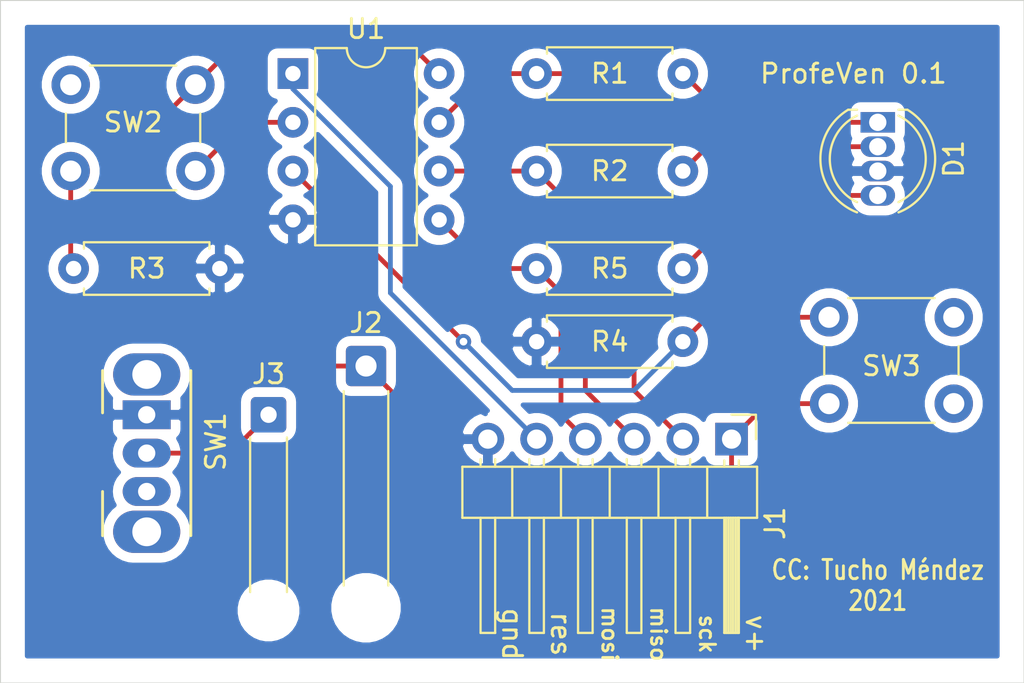
<source format=kicad_pcb>
(kicad_pcb (version 20171130) (host pcbnew 5.1.10-88a1d61d58~88~ubuntu18.04.1)

  (general
    (thickness 1.6)
    (drawings 13)
    (tracks 51)
    (zones 0)
    (modules 13)
    (nets 13)
  )

  (page A4)
  (layers
    (0 F.Cu signal)
    (31 B.Cu signal)
    (32 B.Adhes user hide)
    (33 F.Adhes user hide)
    (34 B.Paste user hide)
    (35 F.Paste user hide)
    (36 B.SilkS user hide)
    (37 F.SilkS user)
    (38 B.Mask user)
    (39 F.Mask user)
    (40 Dwgs.User user hide)
    (41 Cmts.User user hide)
    (42 Eco1.User user hide)
    (43 Eco2.User user hide)
    (44 Edge.Cuts user)
    (45 Margin user)
    (46 B.CrtYd user hide)
    (47 F.CrtYd user hide)
    (48 B.Fab user hide)
    (49 F.Fab user hide)
  )

  (setup
    (last_trace_width 0.25)
    (trace_clearance 0.25)
    (zone_clearance 0.508)
    (zone_45_only no)
    (trace_min 0.2)
    (via_size 0.8)
    (via_drill 0.4)
    (via_min_size 0.4)
    (via_min_drill 0.3)
    (uvia_size 0.3)
    (uvia_drill 0.1)
    (uvias_allowed no)
    (uvia_min_size 0.2)
    (uvia_min_drill 0.1)
    (edge_width 0.05)
    (segment_width 0.2)
    (pcb_text_width 0.3)
    (pcb_text_size 1.5 1.5)
    (mod_edge_width 0.12)
    (mod_text_size 1 1)
    (mod_text_width 0.15)
    (pad_size 1.07 1.8)
    (pad_drill 0.9)
    (pad_to_mask_clearance 0)
    (aux_axis_origin 0 0)
    (visible_elements FFFFFF7F)
    (pcbplotparams
      (layerselection 0x010e0_ffffffff)
      (usegerberextensions false)
      (usegerberattributes true)
      (usegerberadvancedattributes true)
      (creategerberjobfile true)
      (excludeedgelayer true)
      (linewidth 0.100000)
      (plotframeref false)
      (viasonmask false)
      (mode 1)
      (useauxorigin false)
      (hpglpennumber 1)
      (hpglpenspeed 20)
      (hpglpendiameter 15.000000)
      (psnegative false)
      (psa4output false)
      (plotreference true)
      (plotvalue true)
      (plotinvisibletext false)
      (padsonsilk false)
      (subtractmaskfromsilk false)
      (outputformat 1)
      (mirror false)
      (drillshape 0)
      (scaleselection 1)
      (outputdirectory ""))
  )

  (net 0 "")
  (net 1 "Net-(D1-Pad1)")
  (net 2 "Net-(D1-Pad2)")
  (net 3 /g0)
  (net 4 "Net-(D1-Pad4)")
  (net 5 "Net-(J1-Pad2)")
  (net 6 "Net-(J1-Pad3)")
  (net 7 "Net-(J1-Pad4)")
  (net 8 "Net-(J1-Pad5)")
  (net 9 "Net-(R3-Pad1)")
  (net 10 "Net-(R4-Pad1)")
  (net 11 /v0)
  (net 12 "Net-(J3-Pad1)")

  (net_class Default "This is the default net class."
    (clearance 0.25)
    (trace_width 0.25)
    (via_dia 0.8)
    (via_drill 0.4)
    (uvia_dia 0.3)
    (uvia_drill 0.1)
    (add_net /g0)
    (add_net /v0)
    (add_net "Net-(D1-Pad1)")
    (add_net "Net-(D1-Pad2)")
    (add_net "Net-(D1-Pad4)")
    (add_net "Net-(J1-Pad2)")
    (add_net "Net-(J1-Pad3)")
    (add_net "Net-(J1-Pad4)")
    (add_net "Net-(J1-Pad5)")
    (add_net "Net-(J3-Pad1)")
    (add_net "Net-(R3-Pad1)")
    (add_net "Net-(R4-Pad1)")
  )

  (module LED_THT:LED_D5.0mm-4_RGB (layer F.Cu) (tedit 61943ACE) (tstamp 6194890B)
    (at 213.36 53.34 270)
    (descr "LED, diameter 5.0mm, 2 pins, diameter 5.0mm, 3 pins, diameter 5.0mm, 4 pins, http://www.kingbright.com/attachments/file/psearch/000/00/00/L-154A4SUREQBFZGEW(Ver.9A).pdf")
    (tags "LED diameter 5.0mm 2 pins diameter 5.0mm 3 pins diameter 5.0mm 4 pins RGB RGBLED")
    (path /6192B196)
    (fp_text reference D1 (at 1.905 -3.96 90) (layer F.SilkS)
      (effects (font (size 1 1) (thickness 0.15)))
    )
    (fp_text value LED_BGCR (at 1.905 3.96 90) (layer F.Fab)
      (effects (font (size 1 1) (thickness 0.15)))
    )
    (fp_circle (center 1.905 0) (end 4.405 0) (layer F.Fab) (width 0.1))
    (fp_line (start -0.595 -1.469694) (end -0.595 1.469694) (layer F.Fab) (width 0.1))
    (fp_line (start -0.655 -1.545) (end -0.655 -1.08) (layer F.SilkS) (width 0.12))
    (fp_line (start -0.655 1.08) (end -0.655 1.545) (layer F.SilkS) (width 0.12))
    (fp_line (start -1.35 -3.25) (end -1.35 3.25) (layer F.CrtYd) (width 0.05))
    (fp_line (start -1.35 3.25) (end 5.15 3.25) (layer F.CrtYd) (width 0.05))
    (fp_line (start 5.15 3.25) (end 5.15 -3.25) (layer F.CrtYd) (width 0.05))
    (fp_line (start 5.15 -3.25) (end -1.35 -3.25) (layer F.CrtYd) (width 0.05))
    (fp_arc (start 1.905 0) (end -0.595 -1.469694) (angle 299.1) (layer F.Fab) (width 0.1))
    (fp_arc (start 1.905 0) (end -0.655 -1.54483) (angle 127.7) (layer F.SilkS) (width 0.12))
    (fp_arc (start 1.905 0) (end -0.655 1.54483) (angle -127.7) (layer F.SilkS) (width 0.12))
    (fp_arc (start 1.905 0) (end -0.349684 -1.08) (angle 128.8) (layer F.SilkS) (width 0.12))
    (fp_arc (start 1.905 0) (end -0.349684 1.08) (angle -128.8) (layer F.SilkS) (width 0.12))
    (fp_text user %R (at 1.905 -3.96 90) (layer F.Fab)
      (effects (font (size 1 1) (thickness 0.15)))
    )
    (pad 1 thru_hole rect (at 0 0 270) (size 1.07 1.8) (drill 0.9) (layers *.Cu *.Mask)
      (net 1 "Net-(D1-Pad1)") (clearance 0.1))
    (pad 2 thru_hole oval (at 1.27 0 270) (size 1.07 1.8) (drill 0.9) (layers *.Cu *.Mask)
      (net 2 "Net-(D1-Pad2)") (clearance 0.1))
    (pad 3 thru_hole oval (at 2.54 0 270) (size 1.07 1.8) (drill 0.9) (layers *.Cu *.Mask)
      (net 3 /g0) (clearance 0.1))
    (pad 4 thru_hole oval (at 3.81 0 270) (size 1.07 1.8) (drill 0.9) (layers *.Cu *.Mask)
      (net 4 "Net-(D1-Pad4)") (clearance 0.1))
    (model ${KISYS3DMOD}/LED_THT.3dshapes/LED_D5.0mm-4_RGB.wrl
      (at (xyz 0 0 0))
      (scale (xyz 1 1 1))
      (rotate (xyz 0 0 0))
    )
  )

  (module Connector_PinHeader_2.54mm:PinHeader_1x06_P2.54mm_Horizontal (layer F.Cu) (tedit 59FED5CB) (tstamp 619363E6)
    (at 205.74 69.85 270)
    (descr "Through hole angled pin header, 1x06, 2.54mm pitch, 6mm pin length, single row")
    (tags "Through hole angled pin header THT 1x06 2.54mm single row")
    (path /619370B0)
    (fp_text reference J1 (at 4.385 -2.27 90) (layer F.SilkS)
      (effects (font (size 1 1) (thickness 0.15)))
    )
    (fp_text value Conn_01x06_Female (at 4.385 14.97 90) (layer F.Fab)
      (effects (font (size 1 1) (thickness 0.15)))
    )
    (fp_line (start 2.135 -1.27) (end 4.04 -1.27) (layer F.Fab) (width 0.1))
    (fp_line (start 4.04 -1.27) (end 4.04 13.97) (layer F.Fab) (width 0.1))
    (fp_line (start 4.04 13.97) (end 1.5 13.97) (layer F.Fab) (width 0.1))
    (fp_line (start 1.5 13.97) (end 1.5 -0.635) (layer F.Fab) (width 0.1))
    (fp_line (start 1.5 -0.635) (end 2.135 -1.27) (layer F.Fab) (width 0.1))
    (fp_line (start -0.32 -0.32) (end 1.5 -0.32) (layer F.Fab) (width 0.1))
    (fp_line (start -0.32 -0.32) (end -0.32 0.32) (layer F.Fab) (width 0.1))
    (fp_line (start -0.32 0.32) (end 1.5 0.32) (layer F.Fab) (width 0.1))
    (fp_line (start 4.04 -0.32) (end 10.04 -0.32) (layer F.Fab) (width 0.1))
    (fp_line (start 10.04 -0.32) (end 10.04 0.32) (layer F.Fab) (width 0.1))
    (fp_line (start 4.04 0.32) (end 10.04 0.32) (layer F.Fab) (width 0.1))
    (fp_line (start -0.32 2.22) (end 1.5 2.22) (layer F.Fab) (width 0.1))
    (fp_line (start -0.32 2.22) (end -0.32 2.86) (layer F.Fab) (width 0.1))
    (fp_line (start -0.32 2.86) (end 1.5 2.86) (layer F.Fab) (width 0.1))
    (fp_line (start 4.04 2.22) (end 10.04 2.22) (layer F.Fab) (width 0.1))
    (fp_line (start 10.04 2.22) (end 10.04 2.86) (layer F.Fab) (width 0.1))
    (fp_line (start 4.04 2.86) (end 10.04 2.86) (layer F.Fab) (width 0.1))
    (fp_line (start -0.32 4.76) (end 1.5 4.76) (layer F.Fab) (width 0.1))
    (fp_line (start -0.32 4.76) (end -0.32 5.4) (layer F.Fab) (width 0.1))
    (fp_line (start -0.32 5.4) (end 1.5 5.4) (layer F.Fab) (width 0.1))
    (fp_line (start 4.04 4.76) (end 10.04 4.76) (layer F.Fab) (width 0.1))
    (fp_line (start 10.04 4.76) (end 10.04 5.4) (layer F.Fab) (width 0.1))
    (fp_line (start 4.04 5.4) (end 10.04 5.4) (layer F.Fab) (width 0.1))
    (fp_line (start -0.32 7.3) (end 1.5 7.3) (layer F.Fab) (width 0.1))
    (fp_line (start -0.32 7.3) (end -0.32 7.94) (layer F.Fab) (width 0.1))
    (fp_line (start -0.32 7.94) (end 1.5 7.94) (layer F.Fab) (width 0.1))
    (fp_line (start 4.04 7.3) (end 10.04 7.3) (layer F.Fab) (width 0.1))
    (fp_line (start 10.04 7.3) (end 10.04 7.94) (layer F.Fab) (width 0.1))
    (fp_line (start 4.04 7.94) (end 10.04 7.94) (layer F.Fab) (width 0.1))
    (fp_line (start -0.32 9.84) (end 1.5 9.84) (layer F.Fab) (width 0.1))
    (fp_line (start -0.32 9.84) (end -0.32 10.48) (layer F.Fab) (width 0.1))
    (fp_line (start -0.32 10.48) (end 1.5 10.48) (layer F.Fab) (width 0.1))
    (fp_line (start 4.04 9.84) (end 10.04 9.84) (layer F.Fab) (width 0.1))
    (fp_line (start 10.04 9.84) (end 10.04 10.48) (layer F.Fab) (width 0.1))
    (fp_line (start 4.04 10.48) (end 10.04 10.48) (layer F.Fab) (width 0.1))
    (fp_line (start -0.32 12.38) (end 1.5 12.38) (layer F.Fab) (width 0.1))
    (fp_line (start -0.32 12.38) (end -0.32 13.02) (layer F.Fab) (width 0.1))
    (fp_line (start -0.32 13.02) (end 1.5 13.02) (layer F.Fab) (width 0.1))
    (fp_line (start 4.04 12.38) (end 10.04 12.38) (layer F.Fab) (width 0.1))
    (fp_line (start 10.04 12.38) (end 10.04 13.02) (layer F.Fab) (width 0.1))
    (fp_line (start 4.04 13.02) (end 10.04 13.02) (layer F.Fab) (width 0.1))
    (fp_line (start 1.44 -1.33) (end 1.44 14.03) (layer F.SilkS) (width 0.12))
    (fp_line (start 1.44 14.03) (end 4.1 14.03) (layer F.SilkS) (width 0.12))
    (fp_line (start 4.1 14.03) (end 4.1 -1.33) (layer F.SilkS) (width 0.12))
    (fp_line (start 4.1 -1.33) (end 1.44 -1.33) (layer F.SilkS) (width 0.12))
    (fp_line (start 4.1 -0.38) (end 10.1 -0.38) (layer F.SilkS) (width 0.12))
    (fp_line (start 10.1 -0.38) (end 10.1 0.38) (layer F.SilkS) (width 0.12))
    (fp_line (start 10.1 0.38) (end 4.1 0.38) (layer F.SilkS) (width 0.12))
    (fp_line (start 4.1 -0.32) (end 10.1 -0.32) (layer F.SilkS) (width 0.12))
    (fp_line (start 4.1 -0.2) (end 10.1 -0.2) (layer F.SilkS) (width 0.12))
    (fp_line (start 4.1 -0.08) (end 10.1 -0.08) (layer F.SilkS) (width 0.12))
    (fp_line (start 4.1 0.04) (end 10.1 0.04) (layer F.SilkS) (width 0.12))
    (fp_line (start 4.1 0.16) (end 10.1 0.16) (layer F.SilkS) (width 0.12))
    (fp_line (start 4.1 0.28) (end 10.1 0.28) (layer F.SilkS) (width 0.12))
    (fp_line (start 1.11 -0.38) (end 1.44 -0.38) (layer F.SilkS) (width 0.12))
    (fp_line (start 1.11 0.38) (end 1.44 0.38) (layer F.SilkS) (width 0.12))
    (fp_line (start 1.44 1.27) (end 4.1 1.27) (layer F.SilkS) (width 0.12))
    (fp_line (start 4.1 2.16) (end 10.1 2.16) (layer F.SilkS) (width 0.12))
    (fp_line (start 10.1 2.16) (end 10.1 2.92) (layer F.SilkS) (width 0.12))
    (fp_line (start 10.1 2.92) (end 4.1 2.92) (layer F.SilkS) (width 0.12))
    (fp_line (start 1.042929 2.16) (end 1.44 2.16) (layer F.SilkS) (width 0.12))
    (fp_line (start 1.042929 2.92) (end 1.44 2.92) (layer F.SilkS) (width 0.12))
    (fp_line (start 1.44 3.81) (end 4.1 3.81) (layer F.SilkS) (width 0.12))
    (fp_line (start 4.1 4.7) (end 10.1 4.7) (layer F.SilkS) (width 0.12))
    (fp_line (start 10.1 4.7) (end 10.1 5.46) (layer F.SilkS) (width 0.12))
    (fp_line (start 10.1 5.46) (end 4.1 5.46) (layer F.SilkS) (width 0.12))
    (fp_line (start 1.042929 4.7) (end 1.44 4.7) (layer F.SilkS) (width 0.12))
    (fp_line (start 1.042929 5.46) (end 1.44 5.46) (layer F.SilkS) (width 0.12))
    (fp_line (start 1.44 6.35) (end 4.1 6.35) (layer F.SilkS) (width 0.12))
    (fp_line (start 4.1 7.24) (end 10.1 7.24) (layer F.SilkS) (width 0.12))
    (fp_line (start 10.1 7.24) (end 10.1 8) (layer F.SilkS) (width 0.12))
    (fp_line (start 10.1 8) (end 4.1 8) (layer F.SilkS) (width 0.12))
    (fp_line (start 1.042929 7.24) (end 1.44 7.24) (layer F.SilkS) (width 0.12))
    (fp_line (start 1.042929 8) (end 1.44 8) (layer F.SilkS) (width 0.12))
    (fp_line (start 1.44 8.89) (end 4.1 8.89) (layer F.SilkS) (width 0.12))
    (fp_line (start 4.1 9.78) (end 10.1 9.78) (layer F.SilkS) (width 0.12))
    (fp_line (start 10.1 9.78) (end 10.1 10.54) (layer F.SilkS) (width 0.12))
    (fp_line (start 10.1 10.54) (end 4.1 10.54) (layer F.SilkS) (width 0.12))
    (fp_line (start 1.042929 9.78) (end 1.44 9.78) (layer F.SilkS) (width 0.12))
    (fp_line (start 1.042929 10.54) (end 1.44 10.54) (layer F.SilkS) (width 0.12))
    (fp_line (start 1.44 11.43) (end 4.1 11.43) (layer F.SilkS) (width 0.12))
    (fp_line (start 4.1 12.32) (end 10.1 12.32) (layer F.SilkS) (width 0.12))
    (fp_line (start 10.1 12.32) (end 10.1 13.08) (layer F.SilkS) (width 0.12))
    (fp_line (start 10.1 13.08) (end 4.1 13.08) (layer F.SilkS) (width 0.12))
    (fp_line (start 1.042929 12.32) (end 1.44 12.32) (layer F.SilkS) (width 0.12))
    (fp_line (start 1.042929 13.08) (end 1.44 13.08) (layer F.SilkS) (width 0.12))
    (fp_line (start -1.27 0) (end -1.27 -1.27) (layer F.SilkS) (width 0.12))
    (fp_line (start -1.27 -1.27) (end 0 -1.27) (layer F.SilkS) (width 0.12))
    (fp_line (start -1.8 -1.8) (end -1.8 14.5) (layer F.CrtYd) (width 0.05))
    (fp_line (start -1.8 14.5) (end 10.55 14.5) (layer F.CrtYd) (width 0.05))
    (fp_line (start 10.55 14.5) (end 10.55 -1.8) (layer F.CrtYd) (width 0.05))
    (fp_line (start 10.55 -1.8) (end -1.8 -1.8) (layer F.CrtYd) (width 0.05))
    (fp_text user %R (at 2.77 6.35) (layer F.Fab)
      (effects (font (size 1 1) (thickness 0.15)))
    )
    (pad 1 thru_hole rect (at 0 0 270) (size 1.7 1.7) (drill 1) (layers *.Cu *.Mask)
      (net 11 /v0))
    (pad 2 thru_hole oval (at 0 2.54 270) (size 1.7 1.7) (drill 1) (layers *.Cu *.Mask)
      (net 5 "Net-(J1-Pad2)"))
    (pad 3 thru_hole oval (at 0 5.08 270) (size 1.7 1.7) (drill 1) (layers *.Cu *.Mask)
      (net 6 "Net-(J1-Pad3)"))
    (pad 4 thru_hole oval (at 0 7.62 270) (size 1.7 1.7) (drill 1) (layers *.Cu *.Mask)
      (net 7 "Net-(J1-Pad4)"))
    (pad 5 thru_hole oval (at 0 10.16 270) (size 1.7 1.7) (drill 1) (layers *.Cu *.Mask)
      (net 8 "Net-(J1-Pad5)"))
    (pad 6 thru_hole oval (at 0 12.7 270) (size 1.7 1.7) (drill 1) (layers *.Cu *.Mask)
      (net 3 /g0))
    (model ${KISYS3DMOD}/Connector_PinHeader_2.54mm.3dshapes/PinHeader_1x06_P2.54mm_Horizontal.wrl
      (at (xyz 0 0 0))
      (scale (xyz 1 1 1))
      (rotate (xyz 0 0 0))
    )
  )

  (module Resistor_THT:R_Axial_DIN0207_L6.3mm_D2.5mm_P7.62mm_Horizontal (layer F.Cu) (tedit 5AE5139B) (tstamp 619363FD)
    (at 203.2 50.8 180)
    (descr "Resistor, Axial_DIN0207 series, Axial, Horizontal, pin pitch=7.62mm, 0.25W = 1/4W, length*diameter=6.3*2.5mm^2, http://cdn-reichelt.de/documents/datenblatt/B400/1_4W%23YAG.pdf")
    (tags "Resistor Axial_DIN0207 series Axial Horizontal pin pitch 7.62mm 0.25W = 1/4W length 6.3mm diameter 2.5mm")
    (path /6192F6F4)
    (fp_text reference R1 (at 3.81 0) (layer F.SilkS)
      (effects (font (size 1 1) (thickness 0.15)))
    )
    (fp_text value 220 (at 3.81 2.37) (layer F.Fab)
      (effects (font (size 1 1) (thickness 0.15)))
    )
    (fp_line (start 0.66 -1.25) (end 0.66 1.25) (layer F.Fab) (width 0.1))
    (fp_line (start 0.66 1.25) (end 6.96 1.25) (layer F.Fab) (width 0.1))
    (fp_line (start 6.96 1.25) (end 6.96 -1.25) (layer F.Fab) (width 0.1))
    (fp_line (start 6.96 -1.25) (end 0.66 -1.25) (layer F.Fab) (width 0.1))
    (fp_line (start 0 0) (end 0.66 0) (layer F.Fab) (width 0.1))
    (fp_line (start 7.62 0) (end 6.96 0) (layer F.Fab) (width 0.1))
    (fp_line (start 0.54 -1.04) (end 0.54 -1.37) (layer F.SilkS) (width 0.12))
    (fp_line (start 0.54 -1.37) (end 7.08 -1.37) (layer F.SilkS) (width 0.12))
    (fp_line (start 7.08 -1.37) (end 7.08 -1.04) (layer F.SilkS) (width 0.12))
    (fp_line (start 0.54 1.04) (end 0.54 1.37) (layer F.SilkS) (width 0.12))
    (fp_line (start 0.54 1.37) (end 7.08 1.37) (layer F.SilkS) (width 0.12))
    (fp_line (start 7.08 1.37) (end 7.08 1.04) (layer F.SilkS) (width 0.12))
    (fp_line (start -1.05 -1.5) (end -1.05 1.5) (layer F.CrtYd) (width 0.05))
    (fp_line (start -1.05 1.5) (end 8.67 1.5) (layer F.CrtYd) (width 0.05))
    (fp_line (start 8.67 1.5) (end 8.67 -1.5) (layer F.CrtYd) (width 0.05))
    (fp_line (start 8.67 -1.5) (end -1.05 -1.5) (layer F.CrtYd) (width 0.05))
    (fp_text user %R (at 3.81 0) (layer F.Fab)
      (effects (font (size 1 1) (thickness 0.15)))
    )
    (pad 1 thru_hole circle (at 0 0 180) (size 1.6 1.6) (drill 0.8) (layers *.Cu *.Mask)
      (net 1 "Net-(D1-Pad1)"))
    (pad 2 thru_hole oval (at 7.62 0 180) (size 1.6 1.6) (drill 0.8) (layers *.Cu *.Mask)
      (net 5 "Net-(J1-Pad2)"))
    (model ${KISYS3DMOD}/Resistor_THT.3dshapes/R_Axial_DIN0207_L6.3mm_D2.5mm_P7.62mm_Horizontal.wrl
      (at (xyz 0 0 0))
      (scale (xyz 1 1 1))
      (rotate (xyz 0 0 0))
    )
  )

  (module Resistor_THT:R_Axial_DIN0207_L6.3mm_D2.5mm_P7.62mm_Horizontal (layer F.Cu) (tedit 5AE5139B) (tstamp 61936414)
    (at 203.2 55.88 180)
    (descr "Resistor, Axial_DIN0207 series, Axial, Horizontal, pin pitch=7.62mm, 0.25W = 1/4W, length*diameter=6.3*2.5mm^2, http://cdn-reichelt.de/documents/datenblatt/B400/1_4W%23YAG.pdf")
    (tags "Resistor Axial_DIN0207 series Axial Horizontal pin pitch 7.62mm 0.25W = 1/4W length 6.3mm diameter 2.5mm")
    (path /6192E0BF)
    (fp_text reference R2 (at 3.81 0) (layer F.SilkS)
      (effects (font (size 1 1) (thickness 0.15)))
    )
    (fp_text value 330 (at 3.81 2.37) (layer F.Fab)
      (effects (font (size 1 1) (thickness 0.15)))
    )
    (fp_line (start 0.66 -1.25) (end 0.66 1.25) (layer F.Fab) (width 0.1))
    (fp_line (start 0.66 1.25) (end 6.96 1.25) (layer F.Fab) (width 0.1))
    (fp_line (start 6.96 1.25) (end 6.96 -1.25) (layer F.Fab) (width 0.1))
    (fp_line (start 6.96 -1.25) (end 0.66 -1.25) (layer F.Fab) (width 0.1))
    (fp_line (start 0 0) (end 0.66 0) (layer F.Fab) (width 0.1))
    (fp_line (start 7.62 0) (end 6.96 0) (layer F.Fab) (width 0.1))
    (fp_line (start 0.54 -1.04) (end 0.54 -1.37) (layer F.SilkS) (width 0.12))
    (fp_line (start 0.54 -1.37) (end 7.08 -1.37) (layer F.SilkS) (width 0.12))
    (fp_line (start 7.08 -1.37) (end 7.08 -1.04) (layer F.SilkS) (width 0.12))
    (fp_line (start 0.54 1.04) (end 0.54 1.37) (layer F.SilkS) (width 0.12))
    (fp_line (start 0.54 1.37) (end 7.08 1.37) (layer F.SilkS) (width 0.12))
    (fp_line (start 7.08 1.37) (end 7.08 1.04) (layer F.SilkS) (width 0.12))
    (fp_line (start -1.05 -1.5) (end -1.05 1.5) (layer F.CrtYd) (width 0.05))
    (fp_line (start -1.05 1.5) (end 8.67 1.5) (layer F.CrtYd) (width 0.05))
    (fp_line (start 8.67 1.5) (end 8.67 -1.5) (layer F.CrtYd) (width 0.05))
    (fp_line (start 8.67 -1.5) (end -1.05 -1.5) (layer F.CrtYd) (width 0.05))
    (fp_text user %R (at 3.81 0) (layer F.Fab)
      (effects (font (size 1 1) (thickness 0.15)))
    )
    (pad 1 thru_hole circle (at 0 0 180) (size 1.6 1.6) (drill 0.8) (layers *.Cu *.Mask)
      (net 2 "Net-(D1-Pad2)"))
    (pad 2 thru_hole oval (at 7.62 0 180) (size 1.6 1.6) (drill 0.8) (layers *.Cu *.Mask)
      (net 6 "Net-(J1-Pad3)"))
    (model ${KISYS3DMOD}/Resistor_THT.3dshapes/R_Axial_DIN0207_L6.3mm_D2.5mm_P7.62mm_Horizontal.wrl
      (at (xyz 0 0 0))
      (scale (xyz 1 1 1))
      (rotate (xyz 0 0 0))
    )
  )

  (module Resistor_THT:R_Axial_DIN0207_L6.3mm_D2.5mm_P7.62mm_Horizontal (layer F.Cu) (tedit 5AE5139B) (tstamp 6193642B)
    (at 171.45 60.96)
    (descr "Resistor, Axial_DIN0207 series, Axial, Horizontal, pin pitch=7.62mm, 0.25W = 1/4W, length*diameter=6.3*2.5mm^2, http://cdn-reichelt.de/documents/datenblatt/B400/1_4W%23YAG.pdf")
    (tags "Resistor Axial_DIN0207 series Axial Horizontal pin pitch 7.62mm 0.25W = 1/4W length 6.3mm diameter 2.5mm")
    (path /6193C1A6)
    (fp_text reference R3 (at 3.81 0) (layer F.SilkS)
      (effects (font (size 1 1) (thickness 0.15)))
    )
    (fp_text value 10K (at 3.81 2.37) (layer F.Fab)
      (effects (font (size 1 1) (thickness 0.15)))
    )
    (fp_line (start 0.66 -1.25) (end 0.66 1.25) (layer F.Fab) (width 0.1))
    (fp_line (start 0.66 1.25) (end 6.96 1.25) (layer F.Fab) (width 0.1))
    (fp_line (start 6.96 1.25) (end 6.96 -1.25) (layer F.Fab) (width 0.1))
    (fp_line (start 6.96 -1.25) (end 0.66 -1.25) (layer F.Fab) (width 0.1))
    (fp_line (start 0 0) (end 0.66 0) (layer F.Fab) (width 0.1))
    (fp_line (start 7.62 0) (end 6.96 0) (layer F.Fab) (width 0.1))
    (fp_line (start 0.54 -1.04) (end 0.54 -1.37) (layer F.SilkS) (width 0.12))
    (fp_line (start 0.54 -1.37) (end 7.08 -1.37) (layer F.SilkS) (width 0.12))
    (fp_line (start 7.08 -1.37) (end 7.08 -1.04) (layer F.SilkS) (width 0.12))
    (fp_line (start 0.54 1.04) (end 0.54 1.37) (layer F.SilkS) (width 0.12))
    (fp_line (start 0.54 1.37) (end 7.08 1.37) (layer F.SilkS) (width 0.12))
    (fp_line (start 7.08 1.37) (end 7.08 1.04) (layer F.SilkS) (width 0.12))
    (fp_line (start -1.05 -1.5) (end -1.05 1.5) (layer F.CrtYd) (width 0.05))
    (fp_line (start -1.05 1.5) (end 8.67 1.5) (layer F.CrtYd) (width 0.05))
    (fp_line (start 8.67 1.5) (end 8.67 -1.5) (layer F.CrtYd) (width 0.05))
    (fp_line (start 8.67 -1.5) (end -1.05 -1.5) (layer F.CrtYd) (width 0.05))
    (fp_text user %R (at 3.81 0) (layer F.Fab)
      (effects (font (size 1 1) (thickness 0.15)))
    )
    (pad 1 thru_hole circle (at 0 0) (size 1.6 1.6) (drill 0.8) (layers *.Cu *.Mask)
      (net 9 "Net-(R3-Pad1)"))
    (pad 2 thru_hole oval (at 7.62 0) (size 1.6 1.6) (drill 0.8) (layers *.Cu *.Mask)
      (net 3 /g0))
    (model ${KISYS3DMOD}/Resistor_THT.3dshapes/R_Axial_DIN0207_L6.3mm_D2.5mm_P7.62mm_Horizontal.wrl
      (at (xyz 0 0 0))
      (scale (xyz 1 1 1))
      (rotate (xyz 0 0 0))
    )
  )

  (module Resistor_THT:R_Axial_DIN0207_L6.3mm_D2.5mm_P7.62mm_Horizontal (layer F.Cu) (tedit 5AE5139B) (tstamp 619442E4)
    (at 203.2 64.77 180)
    (descr "Resistor, Axial_DIN0207 series, Axial, Horizontal, pin pitch=7.62mm, 0.25W = 1/4W, length*diameter=6.3*2.5mm^2, http://cdn-reichelt.de/documents/datenblatt/B400/1_4W%23YAG.pdf")
    (tags "Resistor Axial_DIN0207 series Axial Horizontal pin pitch 7.62mm 0.25W = 1/4W length 6.3mm diameter 2.5mm")
    (path /6193C7F7)
    (fp_text reference R4 (at 3.81 0) (layer F.SilkS)
      (effects (font (size 1 1) (thickness 0.15)))
    )
    (fp_text value 10K (at 3.81 2.37) (layer F.Fab)
      (effects (font (size 1 1) (thickness 0.15)))
    )
    (fp_line (start 8.67 -1.5) (end -1.05 -1.5) (layer F.CrtYd) (width 0.05))
    (fp_line (start 8.67 1.5) (end 8.67 -1.5) (layer F.CrtYd) (width 0.05))
    (fp_line (start -1.05 1.5) (end 8.67 1.5) (layer F.CrtYd) (width 0.05))
    (fp_line (start -1.05 -1.5) (end -1.05 1.5) (layer F.CrtYd) (width 0.05))
    (fp_line (start 7.08 1.37) (end 7.08 1.04) (layer F.SilkS) (width 0.12))
    (fp_line (start 0.54 1.37) (end 7.08 1.37) (layer F.SilkS) (width 0.12))
    (fp_line (start 0.54 1.04) (end 0.54 1.37) (layer F.SilkS) (width 0.12))
    (fp_line (start 7.08 -1.37) (end 7.08 -1.04) (layer F.SilkS) (width 0.12))
    (fp_line (start 0.54 -1.37) (end 7.08 -1.37) (layer F.SilkS) (width 0.12))
    (fp_line (start 0.54 -1.04) (end 0.54 -1.37) (layer F.SilkS) (width 0.12))
    (fp_line (start 7.62 0) (end 6.96 0) (layer F.Fab) (width 0.1))
    (fp_line (start 0 0) (end 0.66 0) (layer F.Fab) (width 0.1))
    (fp_line (start 6.96 -1.25) (end 0.66 -1.25) (layer F.Fab) (width 0.1))
    (fp_line (start 6.96 1.25) (end 6.96 -1.25) (layer F.Fab) (width 0.1))
    (fp_line (start 0.66 1.25) (end 6.96 1.25) (layer F.Fab) (width 0.1))
    (fp_line (start 0.66 -1.25) (end 0.66 1.25) (layer F.Fab) (width 0.1))
    (fp_text user %R (at 3.81 0) (layer F.Fab)
      (effects (font (size 1 1) (thickness 0.15)))
    )
    (pad 2 thru_hole oval (at 7.62 0 180) (size 1.6 1.6) (drill 0.8) (layers *.Cu *.Mask)
      (net 3 /g0))
    (pad 1 thru_hole circle (at 0 0 180) (size 1.6 1.6) (drill 0.8) (layers *.Cu *.Mask)
      (net 10 "Net-(R4-Pad1)"))
    (model ${KISYS3DMOD}/Resistor_THT.3dshapes/R_Axial_DIN0207_L6.3mm_D2.5mm_P7.62mm_Horizontal.wrl
      (at (xyz 0 0 0))
      (scale (xyz 1 1 1))
      (rotate (xyz 0 0 0))
    )
  )

  (module Resistor_THT:R_Axial_DIN0207_L6.3mm_D2.5mm_P7.62mm_Horizontal (layer F.Cu) (tedit 5AE5139B) (tstamp 61936459)
    (at 203.2 60.96 180)
    (descr "Resistor, Axial_DIN0207 series, Axial, Horizontal, pin pitch=7.62mm, 0.25W = 1/4W, length*diameter=6.3*2.5mm^2, http://cdn-reichelt.de/documents/datenblatt/B400/1_4W%23YAG.pdf")
    (tags "Resistor Axial_DIN0207 series Axial Horizontal pin pitch 7.62mm 0.25W = 1/4W length 6.3mm diameter 2.5mm")
    (path /6192F3DC)
    (fp_text reference R5 (at 3.81 0) (layer F.SilkS)
      (effects (font (size 1 1) (thickness 0.15)))
    )
    (fp_text value 330 (at 3.81 2.37) (layer F.Fab)
      (effects (font (size 1 1) (thickness 0.15)))
    )
    (fp_line (start 8.67 -1.5) (end -1.05 -1.5) (layer F.CrtYd) (width 0.05))
    (fp_line (start 8.67 1.5) (end 8.67 -1.5) (layer F.CrtYd) (width 0.05))
    (fp_line (start -1.05 1.5) (end 8.67 1.5) (layer F.CrtYd) (width 0.05))
    (fp_line (start -1.05 -1.5) (end -1.05 1.5) (layer F.CrtYd) (width 0.05))
    (fp_line (start 7.08 1.37) (end 7.08 1.04) (layer F.SilkS) (width 0.12))
    (fp_line (start 0.54 1.37) (end 7.08 1.37) (layer F.SilkS) (width 0.12))
    (fp_line (start 0.54 1.04) (end 0.54 1.37) (layer F.SilkS) (width 0.12))
    (fp_line (start 7.08 -1.37) (end 7.08 -1.04) (layer F.SilkS) (width 0.12))
    (fp_line (start 0.54 -1.37) (end 7.08 -1.37) (layer F.SilkS) (width 0.12))
    (fp_line (start 0.54 -1.04) (end 0.54 -1.37) (layer F.SilkS) (width 0.12))
    (fp_line (start 7.62 0) (end 6.96 0) (layer F.Fab) (width 0.1))
    (fp_line (start 0 0) (end 0.66 0) (layer F.Fab) (width 0.1))
    (fp_line (start 6.96 -1.25) (end 0.66 -1.25) (layer F.Fab) (width 0.1))
    (fp_line (start 6.96 1.25) (end 6.96 -1.25) (layer F.Fab) (width 0.1))
    (fp_line (start 0.66 1.25) (end 6.96 1.25) (layer F.Fab) (width 0.1))
    (fp_line (start 0.66 -1.25) (end 0.66 1.25) (layer F.Fab) (width 0.1))
    (fp_text user %R (at 3.81 0) (layer F.Fab)
      (effects (font (size 1 1) (thickness 0.15)))
    )
    (pad 2 thru_hole oval (at 7.62 0 180) (size 1.6 1.6) (drill 0.8) (layers *.Cu *.Mask)
      (net 7 "Net-(J1-Pad4)"))
    (pad 1 thru_hole circle (at 0 0 180) (size 1.6 1.6) (drill 0.8) (layers *.Cu *.Mask)
      (net 4 "Net-(D1-Pad4)"))
    (model ${KISYS3DMOD}/Resistor_THT.3dshapes/R_Axial_DIN0207_L6.3mm_D2.5mm_P7.62mm_Horizontal.wrl
      (at (xyz 0 0 0))
      (scale (xyz 1 1 1))
      (rotate (xyz 0 0 0))
    )
  )

  (module Button_Switch_THT:SW_CuK_OS102011MA1QN1_SPDT_Angled (layer F.Cu) (tedit 5A02FE31) (tstamp 61936471)
    (at 175.26 68.58 270)
    (descr "CuK miniature slide switch, OS series, SPDT, right angle, http://www.ckswitches.com/media/1428/os.pdf")
    (tags "switch SPDT")
    (path /6192BF98)
    (fp_text reference SW1 (at 1.4 -3.6 90) (layer F.SilkS)
      (effects (font (size 1 1) (thickness 0.15)))
    )
    (fp_text value SW_DIP_x01 (at 1.7 7.7 90) (layer F.Fab)
      (effects (font (size 1 1) (thickness 0.15)))
    )
    (fp_line (start -2.3 -2.2) (end 6.3 -2.2) (layer F.Fab) (width 0.1))
    (fp_line (start -2.3 -2.2) (end -2.3 2.2) (layer F.Fab) (width 0.1))
    (fp_line (start -2.3 2.2) (end 6.3 2.2) (layer F.Fab) (width 0.1))
    (fp_line (start 6.3 2.2) (end 6.3 -2.2) (layer F.Fab) (width 0.1))
    (fp_line (start 2 2.2) (end 2 6.2) (layer F.Fab) (width 0.1))
    (fp_line (start 2 6.2) (end 0 6.2) (layer F.Fab) (width 0.1))
    (fp_line (start 0 6.2) (end 0 2.2) (layer F.Fab) (width 0.1))
    (fp_line (start -2.3 -2.3) (end 6.3 -2.3) (layer F.SilkS) (width 0.15))
    (fp_line (start -2.3 2.3) (end -0.1 2.3) (layer F.SilkS) (width 0.15))
    (fp_line (start 4 2.3) (end 6.3 2.3) (layer F.SilkS) (width 0.15))
    (fp_line (start 7.7 -2.7) (end 7.7 6.7) (layer F.CrtYd) (width 0.05))
    (fp_line (start 7.7 6.7) (end -3.7 6.7) (layer F.CrtYd) (width 0.05))
    (fp_line (start -3.7 6.7) (end -3.7 -2.7) (layer F.CrtYd) (width 0.05))
    (fp_line (start -3.7 -2.7) (end 7.7 -2.7) (layer F.CrtYd) (width 0.05))
    (fp_text user %R (at 2.3 1.7 90) (layer F.Fab)
      (effects (font (size 0.5 0.5) (thickness 0.1)))
    )
    (pad 1 thru_hole rect (at 0 0 270) (size 1.5 2.5) (drill 0.9) (layers *.Cu *.Mask)
      (net 3 /g0))
    (pad 2 thru_hole oval (at 2 0 270) (size 1.5 2.5) (drill 0.9) (layers *.Cu *.Mask)
      (net 12 "Net-(J3-Pad1)"))
    (pad 3 thru_hole oval (at 4 0 270) (size 1.5 2.5) (drill 0.9) (layers *.Cu *.Mask))
    (pad "" thru_hole oval (at -2.1 0 270) (size 2.2 3.5) (drill 1.5) (layers *.Cu *.Mask))
    (pad "" thru_hole oval (at 6.1 0 270) (size 2.2 3.5) (drill 1.5) (layers *.Cu *.Mask))
    (model ${KISYS3DMOD}/Button_Switch_THT.3dshapes/SW_CuK_OS102011MA1QN1_SPDT_Angled.wrl
      (at (xyz 0 0 0))
      (scale (xyz 1 1 1))
      (rotate (xyz 0 0 0))
    )
  )

  (module Button_Switch_THT:SW_PUSH_6mm (layer F.Cu) (tedit 619439BE) (tstamp 61936490)
    (at 177.8 55.88 180)
    (descr https://www.omron.com/ecb/products/pdf/en-b3f.pdf)
    (tags "tact sw push 6mm")
    (path /619899CD)
    (fp_text reference SW2 (at 3.25 2.54) (layer F.SilkS)
      (effects (font (size 1 1) (thickness 0.15)))
    )
    (fp_text value SW_SPST (at 3.75 6.7) (layer F.Fab)
      (effects (font (size 1 1) (thickness 0.15)))
    )
    (fp_line (start 3.25 -0.75) (end 6.25 -0.75) (layer F.Fab) (width 0.1))
    (fp_line (start 6.25 -0.75) (end 6.25 5.25) (layer F.Fab) (width 0.1))
    (fp_line (start 6.25 5.25) (end 0.25 5.25) (layer F.Fab) (width 0.1))
    (fp_line (start 0.25 5.25) (end 0.25 -0.75) (layer F.Fab) (width 0.1))
    (fp_line (start 0.25 -0.75) (end 3.25 -0.75) (layer F.Fab) (width 0.1))
    (fp_line (start 7.75 6) (end 8 6) (layer F.CrtYd) (width 0.05))
    (fp_line (start 8 6) (end 8 5.75) (layer F.CrtYd) (width 0.05))
    (fp_line (start 7.75 -1.5) (end 8 -1.5) (layer F.CrtYd) (width 0.05))
    (fp_line (start 8 -1.5) (end 8 -1.25) (layer F.CrtYd) (width 0.05))
    (fp_line (start -1.5 -1.25) (end -1.5 -1.5) (layer F.CrtYd) (width 0.05))
    (fp_line (start -1.5 -1.5) (end -1.25 -1.5) (layer F.CrtYd) (width 0.05))
    (fp_line (start -1.5 5.75) (end -1.5 6) (layer F.CrtYd) (width 0.05))
    (fp_line (start -1.5 6) (end -1.25 6) (layer F.CrtYd) (width 0.05))
    (fp_line (start -1.25 -1.5) (end 7.75 -1.5) (layer F.CrtYd) (width 0.05))
    (fp_line (start -1.5 5.75) (end -1.5 -1.25) (layer F.CrtYd) (width 0.05))
    (fp_line (start 7.75 6) (end -1.25 6) (layer F.CrtYd) (width 0.05))
    (fp_line (start 8 -1.25) (end 8 5.75) (layer F.CrtYd) (width 0.05))
    (fp_line (start 1 5.5) (end 5.5 5.5) (layer F.SilkS) (width 0.12))
    (fp_line (start -0.25 1.5) (end -0.25 3) (layer F.SilkS) (width 0.12))
    (fp_line (start 5.5 -1) (end 1 -1) (layer F.SilkS) (width 0.12))
    (fp_line (start 6.75 3) (end 6.75 1.5) (layer F.SilkS) (width 0.12))
    (fp_circle (center 3.25 2.25) (end 1.25 2.5) (layer F.Fab) (width 0.1))
    (fp_text user %R (at 3.25 2.25) (layer F.Fab)
      (effects (font (size 1 1) (thickness 0.15)))
    )
    (pad 2 thru_hole circle (at 0 4.5 270) (size 2 2) (drill 1.1) (layers *.Cu *.Mask)
      (net 11 /v0))
    (pad 1 thru_hole circle (at 0 0 270) (size 2 2) (drill 1.1) (layers *.Cu *.Mask)
      (net 9 "Net-(R3-Pad1)"))
    (pad 2 thru_hole circle (at 6.5 4.5 270) (size 2 2) (drill 1.1) (layers *.Cu *.Mask)
      (net 11 /v0))
    (pad 1 thru_hole circle (at 6.5 0 270) (size 2 2) (drill 1.1) (layers *.Cu *.Mask)
      (net 9 "Net-(R3-Pad1)"))
    (model ${KISYS3DMOD}/Button_Switch_THT.3dshapes/SW_PUSH_6mm.wrl
      (at (xyz 0 0 0))
      (scale (xyz 1 1 1))
      (rotate (xyz 0 0 0))
    )
  )

  (module Button_Switch_THT:SW_PUSH_6mm (layer F.Cu) (tedit 5A02FE31) (tstamp 61949B2B)
    (at 210.82 63.5)
    (descr https://www.omron.com/ecb/products/pdf/en-b3f.pdf)
    (tags "tact sw push 6mm")
    (path /6198A13A)
    (fp_text reference SW3 (at 3.25 2.54) (layer F.SilkS)
      (effects (font (size 1 1) (thickness 0.15)))
    )
    (fp_text value SW_SPST (at 3.75 6.7) (layer F.Fab)
      (effects (font (size 1 1) (thickness 0.15)))
    )
    (fp_circle (center 3.25 2.25) (end 1.25 2.5) (layer F.Fab) (width 0.1))
    (fp_line (start 6.75 3) (end 6.75 1.5) (layer F.SilkS) (width 0.12))
    (fp_line (start 5.5 -1) (end 1 -1) (layer F.SilkS) (width 0.12))
    (fp_line (start -0.25 1.5) (end -0.25 3) (layer F.SilkS) (width 0.12))
    (fp_line (start 1 5.5) (end 5.5 5.5) (layer F.SilkS) (width 0.12))
    (fp_line (start 8 -1.25) (end 8 5.75) (layer F.CrtYd) (width 0.05))
    (fp_line (start 7.75 6) (end -1.25 6) (layer F.CrtYd) (width 0.05))
    (fp_line (start -1.5 5.75) (end -1.5 -1.25) (layer F.CrtYd) (width 0.05))
    (fp_line (start -1.25 -1.5) (end 7.75 -1.5) (layer F.CrtYd) (width 0.05))
    (fp_line (start -1.5 6) (end -1.25 6) (layer F.CrtYd) (width 0.05))
    (fp_line (start -1.5 5.75) (end -1.5 6) (layer F.CrtYd) (width 0.05))
    (fp_line (start -1.5 -1.5) (end -1.25 -1.5) (layer F.CrtYd) (width 0.05))
    (fp_line (start -1.5 -1.25) (end -1.5 -1.5) (layer F.CrtYd) (width 0.05))
    (fp_line (start 8 -1.5) (end 8 -1.25) (layer F.CrtYd) (width 0.05))
    (fp_line (start 7.75 -1.5) (end 8 -1.5) (layer F.CrtYd) (width 0.05))
    (fp_line (start 8 6) (end 8 5.75) (layer F.CrtYd) (width 0.05))
    (fp_line (start 7.75 6) (end 8 6) (layer F.CrtYd) (width 0.05))
    (fp_line (start 0.25 -0.75) (end 3.25 -0.75) (layer F.Fab) (width 0.1))
    (fp_line (start 0.25 5.25) (end 0.25 -0.75) (layer F.Fab) (width 0.1))
    (fp_line (start 6.25 5.25) (end 0.25 5.25) (layer F.Fab) (width 0.1))
    (fp_line (start 6.25 -0.75) (end 6.25 5.25) (layer F.Fab) (width 0.1))
    (fp_line (start 3.25 -0.75) (end 6.25 -0.75) (layer F.Fab) (width 0.1))
    (fp_text user %R (at 3.25 2.25) (layer F.Fab)
      (effects (font (size 1 1) (thickness 0.15)))
    )
    (pad 1 thru_hole circle (at 6.5 0 90) (size 2 2) (drill 1.1) (layers *.Cu *.Mask)
      (net 10 "Net-(R4-Pad1)"))
    (pad 2 thru_hole circle (at 6.5 4.5 90) (size 2 2) (drill 1.1) (layers *.Cu *.Mask)
      (net 11 /v0))
    (pad 1 thru_hole circle (at 0 0 90) (size 2 2) (drill 1.1) (layers *.Cu *.Mask)
      (net 10 "Net-(R4-Pad1)"))
    (pad 2 thru_hole circle (at 0 4.5 90) (size 2 2) (drill 1.1) (layers *.Cu *.Mask)
      (net 11 /v0))
    (model ${KISYS3DMOD}/Button_Switch_THT.3dshapes/SW_PUSH_6mm.wrl
      (at (xyz 0 0 0))
      (scale (xyz 1 1 1))
      (rotate (xyz 0 0 0))
    )
  )

  (module Package_DIP:DIP-8_W7.62mm (layer F.Cu) (tedit 5A02E8C5) (tstamp 619364CB)
    (at 182.88 50.8)
    (descr "8-lead though-hole mounted DIP package, row spacing 7.62 mm (300 mils)")
    (tags "THT DIP DIL PDIP 2.54mm 7.62mm 300mil")
    (path /61929EFA)
    (fp_text reference U1 (at 3.81 -2.33) (layer F.SilkS)
      (effects (font (size 1 1) (thickness 0.15)))
    )
    (fp_text value ATtiny85-20PU (at 3.81 9.95) (layer F.Fab)
      (effects (font (size 1 1) (thickness 0.15)))
    )
    (fp_line (start 1.635 -1.27) (end 6.985 -1.27) (layer F.Fab) (width 0.1))
    (fp_line (start 6.985 -1.27) (end 6.985 8.89) (layer F.Fab) (width 0.1))
    (fp_line (start 6.985 8.89) (end 0.635 8.89) (layer F.Fab) (width 0.1))
    (fp_line (start 0.635 8.89) (end 0.635 -0.27) (layer F.Fab) (width 0.1))
    (fp_line (start 0.635 -0.27) (end 1.635 -1.27) (layer F.Fab) (width 0.1))
    (fp_line (start 2.81 -1.33) (end 1.16 -1.33) (layer F.SilkS) (width 0.12))
    (fp_line (start 1.16 -1.33) (end 1.16 8.95) (layer F.SilkS) (width 0.12))
    (fp_line (start 1.16 8.95) (end 6.46 8.95) (layer F.SilkS) (width 0.12))
    (fp_line (start 6.46 8.95) (end 6.46 -1.33) (layer F.SilkS) (width 0.12))
    (fp_line (start 6.46 -1.33) (end 4.81 -1.33) (layer F.SilkS) (width 0.12))
    (fp_line (start -1.1 -1.55) (end -1.1 9.15) (layer F.CrtYd) (width 0.05))
    (fp_line (start -1.1 9.15) (end 8.7 9.15) (layer F.CrtYd) (width 0.05))
    (fp_line (start 8.7 9.15) (end 8.7 -1.55) (layer F.CrtYd) (width 0.05))
    (fp_line (start 8.7 -1.55) (end -1.1 -1.55) (layer F.CrtYd) (width 0.05))
    (fp_arc (start 3.81 -1.33) (end 2.81 -1.33) (angle -180) (layer F.SilkS) (width 0.12))
    (fp_text user %R (at 3.81 3.81) (layer F.Fab)
      (effects (font (size 1 1) (thickness 0.15)))
    )
    (pad 1 thru_hole rect (at 0 0) (size 1.6 1.6) (drill 0.8) (layers *.Cu *.Mask)
      (net 8 "Net-(J1-Pad5)"))
    (pad 5 thru_hole oval (at 7.62 7.62) (size 1.6 1.6) (drill 0.8) (layers *.Cu *.Mask)
      (net 7 "Net-(J1-Pad4)"))
    (pad 2 thru_hole oval (at 0 2.54) (size 1.6 1.6) (drill 0.8) (layers *.Cu *.Mask)
      (net 9 "Net-(R3-Pad1)"))
    (pad 6 thru_hole oval (at 7.62 5.08) (size 1.6 1.6) (drill 0.8) (layers *.Cu *.Mask)
      (net 6 "Net-(J1-Pad3)"))
    (pad 3 thru_hole oval (at 0 5.08) (size 1.6 1.6) (drill 0.8) (layers *.Cu *.Mask)
      (net 10 "Net-(R4-Pad1)"))
    (pad 7 thru_hole oval (at 7.62 2.54) (size 1.6 1.6) (drill 0.8) (layers *.Cu *.Mask)
      (net 5 "Net-(J1-Pad2)"))
    (pad 4 thru_hole oval (at 0 7.62) (size 1.6 1.6) (drill 0.8) (layers *.Cu *.Mask)
      (net 3 /g0))
    (pad 8 thru_hole oval (at 7.62 0) (size 1.6 1.6) (drill 0.8) (layers *.Cu *.Mask)
      (net 11 /v0))
    (model ${KISYS3DMOD}/Package_DIP.3dshapes/DIP-8_W7.62mm.wrl
      (at (xyz 0 0 0))
      (scale (xyz 1 1 1))
      (rotate (xyz 0 0 0))
    )
  )

  (module Connector_Wire:SolderWire-0.5sqmm_1x01_D0.9mm_OD2.1mm_Relief (layer F.Cu) (tedit 5EB70B43) (tstamp 61947E39)
    (at 186.69 66.04)
    (descr "Soldered wire connection with feed through strain relief, for a single 0.5 mm² wire, basic insulation, conductor diameter 0.9mm, outer diameter 2.1mm, size source Multi-Contact FLEXI-E 0.5 (https://ec.staubli.com/AcroFiles/Catalogues/TM_Cab-Main-11014119_(en)_hi.pdf), bend radius 3 times outer diameter, generated with kicad-footprint-generator")
    (tags "connector wire 0.5sqmm strain-relief")
    (path /61943CB4)
    (attr virtual)
    (fp_text reference J2 (at 0 -2.25) (layer F.SilkS)
      (effects (font (size 1 1) (thickness 0.15)))
    )
    (fp_text value Conn_01x01_Female (at 0 15.1) (layer F.Fab)
      (effects (font (size 1 1) (thickness 0.15)))
    )
    (fp_line (start 1.8 10.8) (end -1.8 10.8) (layer B.CrtYd) (width 0.05))
    (fp_line (start 1.8 14.4) (end 1.8 10.8) (layer B.CrtYd) (width 0.05))
    (fp_line (start -1.8 14.4) (end 1.8 14.4) (layer B.CrtYd) (width 0.05))
    (fp_line (start -1.8 10.8) (end -1.8 14.4) (layer B.CrtYd) (width 0.05))
    (fp_line (start 1.8 -1.55) (end -1.8 -1.55) (layer F.CrtYd) (width 0.05))
    (fp_line (start 1.8 14.4) (end 1.8 -1.55) (layer F.CrtYd) (width 0.05))
    (fp_line (start -1.8 14.4) (end 1.8 14.4) (layer F.CrtYd) (width 0.05))
    (fp_line (start -1.8 -1.55) (end -1.8 14.4) (layer F.CrtYd) (width 0.05))
    (fp_line (start -1.16 1.31) (end -1.16 11.44) (layer F.SilkS) (width 0.12))
    (fp_line (start 1.16 1.31) (end 1.16 11.44) (layer F.SilkS) (width 0.12))
    (fp_line (start 1.05 0) (end 1.05 12.6) (layer F.Fab) (width 0.1))
    (fp_line (start -1.05 0) (end -1.05 12.6) (layer F.Fab) (width 0.1))
    (fp_circle (center 0 12.6) (end 1.05 12.6) (layer F.Fab) (width 0.1))
    (fp_circle (center 0 0) (end 1.05 0) (layer F.Fab) (width 0.1))
    (fp_text user %R (at 0 6.3 90) (layer F.Fab)
      (effects (font (size 1 1) (thickness 0.15)))
    )
    (pad 1 thru_hole roundrect (at 0 0) (size 2.1 2.1) (drill 1.1) (layers *.Cu *.Mask) (roundrect_rratio 0.1190471428571429)
      (net 11 /v0))
    (pad "" np_thru_hole circle (at 0 12.6) (size 2.6 2.6) (drill 2.6) (layers *.Cu *.Mask))
    (model ${KISYS3DMOD}/Connector_Wire.3dshapes/SolderWire-0.5sqmm_1x01_D0.9mm_OD2.1mm_Relief.wrl
      (at (xyz 0 0 0))
      (scale (xyz 1 1 1))
      (rotate (xyz 0 0 0))
    )
  )

  (module Connector_Wire:SolderWire-0.25sqmm_1x01_D0.65mm_OD1.7mm_Relief (layer F.Cu) (tedit 5EB70B43) (tstamp 61947E4E)
    (at 181.61 68.58)
    (descr "Soldered wire connection with feed through strain relief, for a single 0.25 mm² wire, basic insulation, conductor diameter 0.65mm, outer diameter 1.7mm, size source Multi-Contact FLEXI-E_0.25 (https://ec.staubli.com/AcroFiles/Catalogues/TM_Cab-Main-11014119_(en)_hi.pdf), bend radius 3 times outer diameter, generated with kicad-footprint-generator")
    (tags "connector wire 0.25sqmm strain-relief")
    (path /619519A2)
    (attr virtual)
    (fp_text reference J3 (at 0 -2.12) (layer F.SilkS)
      (effects (font (size 1 1) (thickness 0.15)))
    )
    (fp_text value Conn_01x01_Female (at 0 12.5) (layer F.Fab)
      (effects (font (size 1 1) (thickness 0.15)))
    )
    (fp_line (start 1.6 8.6) (end -1.6 8.6) (layer B.CrtYd) (width 0.05))
    (fp_line (start 1.6 11.8) (end 1.6 8.6) (layer B.CrtYd) (width 0.05))
    (fp_line (start -1.6 11.8) (end 1.6 11.8) (layer B.CrtYd) (width 0.05))
    (fp_line (start -1.6 8.6) (end -1.6 11.8) (layer B.CrtYd) (width 0.05))
    (fp_line (start 1.6 -1.42) (end -1.6 -1.42) (layer F.CrtYd) (width 0.05))
    (fp_line (start 1.6 11.8) (end 1.6 -1.42) (layer F.CrtYd) (width 0.05))
    (fp_line (start -1.6 11.8) (end 1.6 11.8) (layer F.CrtYd) (width 0.05))
    (fp_line (start -1.6 -1.42) (end -1.6 11.8) (layer F.CrtYd) (width 0.05))
    (fp_line (start -0.96 1.185) (end -0.96 9.24) (layer F.SilkS) (width 0.12))
    (fp_line (start 0.96 1.185) (end 0.96 9.24) (layer F.SilkS) (width 0.12))
    (fp_line (start 0.85 0) (end 0.85 10.2) (layer F.Fab) (width 0.1))
    (fp_line (start -0.85 0) (end -0.85 10.2) (layer F.Fab) (width 0.1))
    (fp_circle (center 0 10.2) (end 0.85 10.2) (layer F.Fab) (width 0.1))
    (fp_circle (center 0 0) (end 0.85 0) (layer F.Fab) (width 0.1))
    (fp_text user %R (at 0 5.1 90) (layer F.Fab)
      (effects (font (size 1 1) (thickness 0.15)))
    )
    (pad 1 thru_hole roundrect (at 0 0) (size 1.85 1.85) (drill 0.85) (layers *.Cu *.Mask) (roundrect_rratio 0.1351345945945946)
      (net 12 "Net-(J3-Pad1)"))
    (pad "" np_thru_hole circle (at 0 10.2) (size 2.2 2.2) (drill 2.2) (layers *.Cu *.Mask))
    (model ${KISYS3DMOD}/Connector_Wire.3dshapes/SolderWire-0.25sqmm_1x01_D0.65mm_OD1.7mm_Relief.wrl
      (at (xyz 0 0 0))
      (scale (xyz 1 1 1))
      (rotate (xyz 0 0 0))
    )
  )

  (gr_text sck (at 204.47 80.01 -90) (layer F.SilkS)
    (effects (font (size 0.8 0.8) (thickness 0.15)))
  )
  (gr_text miso (at 201.93 80.01 270) (layer F.SilkS)
    (effects (font (size 0.8 0.8) (thickness 0.15)))
  )
  (gr_text mosi (at 199.39 80.01 -90) (layer F.SilkS)
    (effects (font (size 0.8 0.8) (thickness 0.15)))
  )
  (gr_text res (at 196.85 80.01 -90) (layer F.SilkS)
    (effects (font (size 1 1) (thickness 0.15)))
  )
  (gr_text gnd (at 194.31 80.01 270) (layer F.SilkS)
    (effects (font (size 1 1) (thickness 0.15)))
  )
  (gr_text v+ (at 207.01 80.01 -90) (layer F.SilkS)
    (effects (font (size 1 1) (thickness 0.15)))
  )
  (gr_text "CC: Tucho Méndez\n2021" (at 213.36 77.47) (layer F.SilkS)
    (effects (font (size 1 0.8) (thickness 0.15)))
  )
  (gr_text "ProfeVen 0.1" (at 212.09 50.8) (layer F.SilkS)
    (effects (font (size 1 1) (thickness 0.15)))
  )
  (gr_line (start 220.98 82.55) (end 167.64 82.55) (layer Edge.Cuts) (width 0.05) (tstamp 6194A3FB))
  (gr_line (start 220.98 46.99) (end 220.98 82.55) (layer Edge.Cuts) (width 0.05))
  (gr_line (start 167.64 46.99) (end 220.98 46.99) (layer Edge.Cuts) (width 0.05))
  (gr_line (start 167.64 82.55) (end 167.64 81.28) (layer Edge.Cuts) (width 0.05) (tstamp 61949CF0))
  (gr_line (start 167.64 81.28) (end 167.64 46.99) (layer Edge.Cuts) (width 0.05) (tstamp 61949C89))

  (segment (start 205.74 53.34) (end 203.2 50.8) (width 0.25) (layer F.Cu) (net 1))
  (segment (start 213.36 53.34) (end 205.74 53.34) (width 0.25) (layer F.Cu) (net 1))
  (segment (start 204.47 54.61) (end 203.2 55.88) (width 0.25) (layer F.Cu) (net 2))
  (segment (start 213.36 54.61) (end 204.47 54.61) (width 0.25) (layer F.Cu) (net 2))
  (segment (start 207.01 57.15) (end 203.2 60.96) (width 0.25) (layer F.Cu) (net 4))
  (segment (start 213.36 57.15) (end 207.01 57.15) (width 0.25) (layer F.Cu) (net 4))
  (segment (start 195.58 50.8) (end 198.12 50.8) (width 0.25) (layer F.Cu) (net 5))
  (segment (start 198.12 50.8) (end 200.66 53.34) (width 0.25) (layer F.Cu) (net 5))
  (segment (start 200.66 67.31) (end 203.2 69.85) (width 0.25) (layer F.Cu) (net 5))
  (segment (start 200.66 53.34) (end 200.66 67.31) (width 0.25) (layer F.Cu) (net 5))
  (segment (start 193.04 50.8) (end 190.5 53.34) (width 0.25) (layer F.Cu) (net 5))
  (segment (start 195.58 50.8) (end 193.04 50.8) (width 0.25) (layer F.Cu) (net 5))
  (segment (start 198.12 58.42) (end 195.58 55.88) (width 0.25) (layer F.Cu) (net 6))
  (segment (start 200.66 69.85) (end 198.12 67.31) (width 0.25) (layer F.Cu) (net 6))
  (segment (start 198.12 67.31) (end 198.12 58.42) (width 0.25) (layer F.Cu) (net 6))
  (segment (start 195.58 55.88) (end 190.5 55.88) (width 0.25) (layer F.Cu) (net 6))
  (segment (start 198.12 69.85) (end 196.85 68.58) (width 0.25) (layer F.Cu) (net 7))
  (segment (start 196.85 62.23) (end 195.58 60.96) (width 0.25) (layer F.Cu) (net 7))
  (segment (start 196.85 68.58) (end 196.85 62.23) (width 0.25) (layer F.Cu) (net 7))
  (segment (start 193.04 60.96) (end 190.5 58.42) (width 0.25) (layer F.Cu) (net 7))
  (segment (start 195.58 60.96) (end 193.04 60.96) (width 0.25) (layer F.Cu) (net 7))
  (segment (start 182.88 51.600998) (end 182.88 50.8) (width 0.25) (layer B.Cu) (net 8))
  (segment (start 187.96 56.680998) (end 182.88 51.600998) (width 0.25) (layer B.Cu) (net 8))
  (segment (start 187.96 62.23) (end 187.96 56.680998) (width 0.25) (layer B.Cu) (net 8))
  (segment (start 195.58 69.85) (end 187.96 62.23) (width 0.25) (layer B.Cu) (net 8))
  (segment (start 171.3 60.81) (end 171.45 60.96) (width 0.25) (layer F.Cu) (net 9))
  (segment (start 171.3 55.88) (end 171.3 60.81) (width 0.25) (layer F.Cu) (net 9))
  (segment (start 180.34 53.34) (end 177.8 55.88) (width 0.25) (layer F.Cu) (net 9))
  (segment (start 182.88 53.34) (end 180.34 53.34) (width 0.25) (layer F.Cu) (net 9))
  (segment (start 204.47 63.5) (end 203.2 64.77) (width 0.25) (layer F.Cu) (net 10))
  (segment (start 210.82 63.5) (end 204.47 63.5) (width 0.25) (layer F.Cu) (net 10))
  (segment (start 182.88 55.88) (end 191.77 64.77) (width 0.25) (layer F.Cu) (net 10))
  (via (at 191.77 64.77) (size 0.8) (drill 0.4) (layers F.Cu B.Cu) (net 10))
  (segment (start 200.66 67.31) (end 203.2 64.77) (width 0.25) (layer B.Cu) (net 10))
  (segment (start 191.77 64.77) (end 194.31 67.31) (width 0.25) (layer B.Cu) (net 10))
  (segment (start 194.31 67.31) (end 200.66 67.31) (width 0.25) (layer B.Cu) (net 10))
  (segment (start 207.59 68) (end 205.74 69.85) (width 0.25) (layer F.Cu) (net 11))
  (segment (start 210.82 68) (end 207.59 68) (width 0.25) (layer F.Cu) (net 11))
  (segment (start 205.74 69.85) (end 205.74 72.39) (width 0.25) (layer F.Cu) (net 11))
  (segment (start 205.74 72.39) (end 204.47 73.66) (width 0.25) (layer F.Cu) (net 11))
  (segment (start 194.31 73.66) (end 186.69 66.04) (width 0.25) (layer F.Cu) (net 11))
  (segment (start 204.47 73.66) (end 194.31 73.66) (width 0.25) (layer F.Cu) (net 11))
  (segment (start 177.8 51.38) (end 180.34 48.84) (width 0.25) (layer F.Cu) (net 11))
  (segment (start 188.54 48.84) (end 190.5 50.8) (width 0.25) (layer F.Cu) (net 11))
  (segment (start 180.34 48.84) (end 188.54 48.84) (width 0.25) (layer F.Cu) (net 11))
  (segment (start 180.34 66.04) (end 186.69 66.04) (width 0.25) (layer F.Cu) (net 11))
  (segment (start 175.26 60.96) (end 180.34 66.04) (width 0.25) (layer F.Cu) (net 11))
  (segment (start 177.8 51.38) (end 175.26 53.92) (width 0.25) (layer F.Cu) (net 11))
  (segment (start 175.26 53.92) (end 175.26 60.96) (width 0.25) (layer F.Cu) (net 11))
  (segment (start 179.61 70.58) (end 175.26 70.58) (width 0.25) (layer F.Cu) (net 12))
  (segment (start 181.61 68.58) (end 179.61 70.58) (width 0.25) (layer F.Cu) (net 12))

  (zone (net 3) (net_name /g0) (layer B.Cu) (tstamp 61944500) (hatch edge 0.508)
    (connect_pads (clearance 0.508))
    (min_thickness 0.254)
    (fill yes (arc_segments 32) (thermal_gap 0.508) (thermal_bridge_width 0.508))
    (polygon
      (pts
        (xy 219.71 81.28) (xy 168.91 81.28) (xy 168.91 48.26) (xy 219.71 48.26)
      )
    )
    (filled_polygon
      (pts
        (xy 219.583 81.153) (xy 169.037 81.153) (xy 169.037 78.609117) (xy 179.875 78.609117) (xy 179.875 78.950883)
        (xy 179.941675 79.286081) (xy 180.072463 79.601831) (xy 180.262337 79.885998) (xy 180.504002 80.127663) (xy 180.788169 80.317537)
        (xy 181.103919 80.448325) (xy 181.439117 80.515) (xy 181.780883 80.515) (xy 182.116081 80.448325) (xy 182.431831 80.317537)
        (xy 182.715998 80.127663) (xy 182.957663 79.885998) (xy 183.147537 79.601831) (xy 183.278325 79.286081) (xy 183.345 78.950883)
        (xy 183.345 78.609117) (xy 183.313235 78.449419) (xy 184.755 78.449419) (xy 184.755 78.830581) (xy 184.829361 79.204419)
        (xy 184.975225 79.556566) (xy 185.186987 79.873491) (xy 185.456509 80.143013) (xy 185.773434 80.354775) (xy 186.125581 80.500639)
        (xy 186.499419 80.575) (xy 186.880581 80.575) (xy 187.254419 80.500639) (xy 187.606566 80.354775) (xy 187.923491 80.143013)
        (xy 188.193013 79.873491) (xy 188.404775 79.556566) (xy 188.550639 79.204419) (xy 188.625 78.830581) (xy 188.625 78.449419)
        (xy 188.550639 78.075581) (xy 188.404775 77.723434) (xy 188.193013 77.406509) (xy 187.923491 77.136987) (xy 187.606566 76.925225)
        (xy 187.254419 76.779361) (xy 186.880581 76.705) (xy 186.499419 76.705) (xy 186.125581 76.779361) (xy 185.773434 76.925225)
        (xy 185.456509 77.136987) (xy 185.186987 77.406509) (xy 184.975225 77.723434) (xy 184.829361 78.075581) (xy 184.755 78.449419)
        (xy 183.313235 78.449419) (xy 183.278325 78.273919) (xy 183.147537 77.958169) (xy 182.957663 77.674002) (xy 182.715998 77.432337)
        (xy 182.431831 77.242463) (xy 182.116081 77.111675) (xy 181.780883 77.045) (xy 181.439117 77.045) (xy 181.103919 77.111675)
        (xy 180.788169 77.242463) (xy 180.504002 77.432337) (xy 180.262337 77.674002) (xy 180.072463 77.958169) (xy 179.941675 78.273919)
        (xy 179.875 78.609117) (xy 169.037 78.609117) (xy 169.037 74.68) (xy 172.866606 74.68) (xy 172.900105 75.020119)
        (xy 172.999314 75.347168) (xy 173.160421 75.648578) (xy 173.377234 75.912766) (xy 173.641422 76.129579) (xy 173.942832 76.290686)
        (xy 174.269881 76.389895) (xy 174.524775 76.415) (xy 175.995225 76.415) (xy 176.250119 76.389895) (xy 176.577168 76.290686)
        (xy 176.878578 76.129579) (xy 177.142766 75.912766) (xy 177.359579 75.648578) (xy 177.520686 75.347168) (xy 177.619895 75.020119)
        (xy 177.653394 74.68) (xy 177.619895 74.339881) (xy 177.520686 74.012832) (xy 177.359579 73.711422) (xy 177.142766 73.447234)
        (xy 176.951006 73.289861) (xy 177.045764 73.112581) (xy 177.12496 72.851507) (xy 177.151701 72.58) (xy 177.12496 72.308493)
        (xy 177.045764 72.047419) (xy 176.917157 71.806812) (xy 176.744081 71.595919) (xy 176.724684 71.58) (xy 176.744081 71.564081)
        (xy 176.917157 71.353188) (xy 177.045764 71.112581) (xy 177.12496 70.851507) (xy 177.151701 70.58) (xy 177.12496 70.308493)
        (xy 177.09414 70.206891) (xy 191.598519 70.206891) (xy 191.695843 70.481252) (xy 191.844822 70.731355) (xy 192.039731 70.947588)
        (xy 192.27308 71.121641) (xy 192.535901 71.246825) (xy 192.68311 71.291476) (xy 192.913 71.170155) (xy 192.913 69.977)
        (xy 191.719186 69.977) (xy 191.598519 70.206891) (xy 177.09414 70.206891) (xy 177.045764 70.047419) (xy 176.92106 69.814114)
        (xy 176.961185 69.781185) (xy 177.040537 69.684494) (xy 177.099502 69.57418) (xy 177.135812 69.454482) (xy 177.148072 69.33)
        (xy 177.145 68.86575) (xy 176.98625 68.707) (xy 175.387 68.707) (xy 175.387 68.727) (xy 175.133 68.727)
        (xy 175.133 68.707) (xy 173.53375 68.707) (xy 173.375 68.86575) (xy 173.371928 69.33) (xy 173.384188 69.454482)
        (xy 173.420498 69.57418) (xy 173.479463 69.684494) (xy 173.558815 69.781185) (xy 173.59894 69.814114) (xy 173.474236 70.047419)
        (xy 173.39504 70.308493) (xy 173.368299 70.58) (xy 173.39504 70.851507) (xy 173.474236 71.112581) (xy 173.602843 71.353188)
        (xy 173.775919 71.564081) (xy 173.795316 71.58) (xy 173.775919 71.595919) (xy 173.602843 71.806812) (xy 173.474236 72.047419)
        (xy 173.39504 72.308493) (xy 173.368299 72.58) (xy 173.39504 72.851507) (xy 173.474236 73.112581) (xy 173.568994 73.289861)
        (xy 173.377234 73.447234) (xy 173.160421 73.711422) (xy 172.999314 74.012832) (xy 172.900105 74.339881) (xy 172.866606 74.68)
        (xy 169.037 74.68) (xy 169.037 66.48) (xy 172.866606 66.48) (xy 172.900105 66.820119) (xy 172.999314 67.147168)
        (xy 173.160421 67.448578) (xy 173.377234 67.712766) (xy 173.383008 67.717504) (xy 173.371928 67.83) (xy 173.375 68.29425)
        (xy 173.53375 68.453) (xy 175.133 68.453) (xy 175.133 68.433) (xy 175.387 68.433) (xy 175.387 68.453)
        (xy 176.98625 68.453) (xy 177.145 68.29425) (xy 177.147575 67.904999) (xy 180.046928 67.904999) (xy 180.046928 69.255001)
        (xy 180.063992 69.428255) (xy 180.114528 69.594851) (xy 180.196595 69.748387) (xy 180.307038 69.882962) (xy 180.441613 69.993405)
        (xy 180.595149 70.075472) (xy 180.761745 70.126008) (xy 180.934999 70.143072) (xy 182.285001 70.143072) (xy 182.458255 70.126008)
        (xy 182.624851 70.075472) (xy 182.778387 69.993405) (xy 182.912962 69.882962) (xy 183.023405 69.748387) (xy 183.105472 69.594851)
        (xy 183.156008 69.428255) (xy 183.173072 69.255001) (xy 183.173072 67.904999) (xy 183.156008 67.731745) (xy 183.105472 67.565149)
        (xy 183.023405 67.411613) (xy 182.912962 67.277038) (xy 182.778387 67.166595) (xy 182.624851 67.084528) (xy 182.458255 67.033992)
        (xy 182.285001 67.016928) (xy 180.934999 67.016928) (xy 180.761745 67.033992) (xy 180.595149 67.084528) (xy 180.441613 67.166595)
        (xy 180.307038 67.277038) (xy 180.196595 67.411613) (xy 180.114528 67.565149) (xy 180.063992 67.731745) (xy 180.046928 67.904999)
        (xy 177.147575 67.904999) (xy 177.148072 67.83) (xy 177.136992 67.717504) (xy 177.142766 67.712766) (xy 177.359579 67.448578)
        (xy 177.520686 67.147168) (xy 177.619895 66.820119) (xy 177.653394 66.48) (xy 177.619895 66.139881) (xy 177.520686 65.812832)
        (xy 177.359579 65.511422) (xy 177.142766 65.247234) (xy 177.133951 65.239999) (xy 185.001928 65.239999) (xy 185.001928 66.840001)
        (xy 185.018992 67.013255) (xy 185.069528 67.179851) (xy 185.151595 67.333387) (xy 185.262038 67.467962) (xy 185.396613 67.578405)
        (xy 185.550149 67.660472) (xy 185.716745 67.711008) (xy 185.889999 67.728072) (xy 187.490001 67.728072) (xy 187.663255 67.711008)
        (xy 187.829851 67.660472) (xy 187.983387 67.578405) (xy 188.117962 67.467962) (xy 188.228405 67.333387) (xy 188.310472 67.179851)
        (xy 188.361008 67.013255) (xy 188.378072 66.840001) (xy 188.378072 65.239999) (xy 188.361008 65.066745) (xy 188.310472 64.900149)
        (xy 188.228405 64.746613) (xy 188.117962 64.612038) (xy 187.983387 64.501595) (xy 187.829851 64.419528) (xy 187.663255 64.368992)
        (xy 187.490001 64.351928) (xy 185.889999 64.351928) (xy 185.716745 64.368992) (xy 185.550149 64.419528) (xy 185.396613 64.501595)
        (xy 185.262038 64.612038) (xy 185.151595 64.746613) (xy 185.069528 64.900149) (xy 185.018992 65.066745) (xy 185.001928 65.239999)
        (xy 177.133951 65.239999) (xy 176.878578 65.030421) (xy 176.577168 64.869314) (xy 176.250119 64.770105) (xy 175.995225 64.745)
        (xy 174.524775 64.745) (xy 174.269881 64.770105) (xy 173.942832 64.869314) (xy 173.641422 65.030421) (xy 173.377234 65.247234)
        (xy 173.160421 65.511422) (xy 172.999314 65.812832) (xy 172.900105 66.139881) (xy 172.866606 66.48) (xy 169.037 66.48)
        (xy 169.037 60.818665) (xy 170.015 60.818665) (xy 170.015 61.101335) (xy 170.070147 61.378574) (xy 170.17832 61.639727)
        (xy 170.335363 61.874759) (xy 170.535241 62.074637) (xy 170.770273 62.23168) (xy 171.031426 62.339853) (xy 171.308665 62.395)
        (xy 171.591335 62.395) (xy 171.868574 62.339853) (xy 172.129727 62.23168) (xy 172.364759 62.074637) (xy 172.564637 61.874759)
        (xy 172.72168 61.639727) (xy 172.829853 61.378574) (xy 172.843684 61.309039) (xy 177.678096 61.309039) (xy 177.718754 61.443087)
        (xy 177.838963 61.69742) (xy 178.006481 61.923414) (xy 178.214869 62.112385) (xy 178.456119 62.25707) (xy 178.72096 62.351909)
        (xy 178.943 62.230624) (xy 178.943 61.087) (xy 179.197 61.087) (xy 179.197 62.230624) (xy 179.41904 62.351909)
        (xy 179.683881 62.25707) (xy 179.925131 62.112385) (xy 180.133519 61.923414) (xy 180.301037 61.69742) (xy 180.421246 61.443087)
        (xy 180.461904 61.309039) (xy 180.339915 61.087) (xy 179.197 61.087) (xy 178.943 61.087) (xy 177.800085 61.087)
        (xy 177.678096 61.309039) (xy 172.843684 61.309039) (xy 172.885 61.101335) (xy 172.885 60.818665) (xy 172.843685 60.610961)
        (xy 177.678096 60.610961) (xy 177.800085 60.833) (xy 178.943 60.833) (xy 178.943 59.689376) (xy 179.197 59.689376)
        (xy 179.197 60.833) (xy 180.339915 60.833) (xy 180.461904 60.610961) (xy 180.421246 60.476913) (xy 180.301037 60.22258)
        (xy 180.133519 59.996586) (xy 179.925131 59.807615) (xy 179.683881 59.66293) (xy 179.41904 59.568091) (xy 179.197 59.689376)
        (xy 178.943 59.689376) (xy 178.72096 59.568091) (xy 178.456119 59.66293) (xy 178.214869 59.807615) (xy 178.006481 59.996586)
        (xy 177.838963 60.22258) (xy 177.718754 60.476913) (xy 177.678096 60.610961) (xy 172.843685 60.610961) (xy 172.829853 60.541426)
        (xy 172.72168 60.280273) (xy 172.564637 60.045241) (xy 172.364759 59.845363) (xy 172.129727 59.68832) (xy 171.868574 59.580147)
        (xy 171.591335 59.525) (xy 171.308665 59.525) (xy 171.031426 59.580147) (xy 170.770273 59.68832) (xy 170.535241 59.845363)
        (xy 170.335363 60.045241) (xy 170.17832 60.280273) (xy 170.070147 60.541426) (xy 170.015 60.818665) (xy 169.037 60.818665)
        (xy 169.037 58.769039) (xy 181.488096 58.769039) (xy 181.528754 58.903087) (xy 181.648963 59.15742) (xy 181.816481 59.383414)
        (xy 182.024869 59.572385) (xy 182.266119 59.71707) (xy 182.53096 59.811909) (xy 182.753 59.690624) (xy 182.753 58.547)
        (xy 183.007 58.547) (xy 183.007 59.690624) (xy 183.22904 59.811909) (xy 183.493881 59.71707) (xy 183.735131 59.572385)
        (xy 183.943519 59.383414) (xy 184.111037 59.15742) (xy 184.231246 58.903087) (xy 184.271904 58.769039) (xy 184.149915 58.547)
        (xy 183.007 58.547) (xy 182.753 58.547) (xy 181.610085 58.547) (xy 181.488096 58.769039) (xy 169.037 58.769039)
        (xy 169.037 55.718967) (xy 169.665 55.718967) (xy 169.665 56.041033) (xy 169.727832 56.356912) (xy 169.851082 56.654463)
        (xy 170.030013 56.922252) (xy 170.257748 57.149987) (xy 170.525537 57.328918) (xy 170.823088 57.452168) (xy 171.138967 57.515)
        (xy 171.461033 57.515) (xy 171.776912 57.452168) (xy 172.074463 57.328918) (xy 172.342252 57.149987) (xy 172.569987 56.922252)
        (xy 172.748918 56.654463) (xy 172.872168 56.356912) (xy 172.935 56.041033) (xy 172.935 55.718967) (xy 176.165 55.718967)
        (xy 176.165 56.041033) (xy 176.227832 56.356912) (xy 176.351082 56.654463) (xy 176.530013 56.922252) (xy 176.757748 57.149987)
        (xy 177.025537 57.328918) (xy 177.323088 57.452168) (xy 177.638967 57.515) (xy 177.961033 57.515) (xy 178.276912 57.452168)
        (xy 178.574463 57.328918) (xy 178.842252 57.149987) (xy 179.069987 56.922252) (xy 179.248918 56.654463) (xy 179.372168 56.356912)
        (xy 179.435 56.041033) (xy 179.435 55.718967) (xy 179.372168 55.403088) (xy 179.248918 55.105537) (xy 179.069987 54.837748)
        (xy 178.842252 54.610013) (xy 178.574463 54.431082) (xy 178.276912 54.307832) (xy 177.961033 54.245) (xy 177.638967 54.245)
        (xy 177.323088 54.307832) (xy 177.025537 54.431082) (xy 176.757748 54.610013) (xy 176.530013 54.837748) (xy 176.351082 55.105537)
        (xy 176.227832 55.403088) (xy 176.165 55.718967) (xy 172.935 55.718967) (xy 172.872168 55.403088) (xy 172.748918 55.105537)
        (xy 172.569987 54.837748) (xy 172.342252 54.610013) (xy 172.074463 54.431082) (xy 171.776912 54.307832) (xy 171.461033 54.245)
        (xy 171.138967 54.245) (xy 170.823088 54.307832) (xy 170.525537 54.431082) (xy 170.257748 54.610013) (xy 170.030013 54.837748)
        (xy 169.851082 55.105537) (xy 169.727832 55.403088) (xy 169.665 55.718967) (xy 169.037 55.718967) (xy 169.037 51.218967)
        (xy 169.665 51.218967) (xy 169.665 51.541033) (xy 169.727832 51.856912) (xy 169.851082 52.154463) (xy 170.030013 52.422252)
        (xy 170.257748 52.649987) (xy 170.525537 52.828918) (xy 170.823088 52.952168) (xy 171.138967 53.015) (xy 171.461033 53.015)
        (xy 171.776912 52.952168) (xy 172.074463 52.828918) (xy 172.342252 52.649987) (xy 172.569987 52.422252) (xy 172.748918 52.154463)
        (xy 172.872168 51.856912) (xy 172.935 51.541033) (xy 172.935 51.218967) (xy 176.165 51.218967) (xy 176.165 51.541033)
        (xy 176.227832 51.856912) (xy 176.351082 52.154463) (xy 176.530013 52.422252) (xy 176.757748 52.649987) (xy 177.025537 52.828918)
        (xy 177.323088 52.952168) (xy 177.638967 53.015) (xy 177.961033 53.015) (xy 178.276912 52.952168) (xy 178.574463 52.828918)
        (xy 178.842252 52.649987) (xy 179.069987 52.422252) (xy 179.248918 52.154463) (xy 179.372168 51.856912) (xy 179.435 51.541033)
        (xy 179.435 51.218967) (xy 179.372168 50.903088) (xy 179.248918 50.605537) (xy 179.069987 50.337748) (xy 178.842252 50.110013)
        (xy 178.677607 50) (xy 181.441928 50) (xy 181.441928 51.6) (xy 181.454188 51.724482) (xy 181.490498 51.84418)
        (xy 181.549463 51.954494) (xy 181.628815 52.051185) (xy 181.725506 52.130537) (xy 181.83582 52.189502) (xy 181.955518 52.225812)
        (xy 181.963961 52.226643) (xy 181.765363 52.425241) (xy 181.60832 52.660273) (xy 181.500147 52.921426) (xy 181.445 53.198665)
        (xy 181.445 53.481335) (xy 181.500147 53.758574) (xy 181.60832 54.019727) (xy 181.765363 54.254759) (xy 181.965241 54.454637)
        (xy 182.197759 54.61) (xy 181.965241 54.765363) (xy 181.765363 54.965241) (xy 181.60832 55.200273) (xy 181.500147 55.461426)
        (xy 181.445 55.738665) (xy 181.445 56.021335) (xy 181.500147 56.298574) (xy 181.60832 56.559727) (xy 181.765363 56.794759)
        (xy 181.965241 56.994637) (xy 182.200273 57.15168) (xy 182.210865 57.156067) (xy 182.024869 57.267615) (xy 181.816481 57.456586)
        (xy 181.648963 57.68258) (xy 181.528754 57.936913) (xy 181.488096 58.070961) (xy 181.610085 58.293) (xy 182.753 58.293)
        (xy 182.753 58.273) (xy 183.007 58.273) (xy 183.007 58.293) (xy 184.149915 58.293) (xy 184.271904 58.070961)
        (xy 184.231246 57.936913) (xy 184.111037 57.68258) (xy 183.943519 57.456586) (xy 183.735131 57.267615) (xy 183.549135 57.156067)
        (xy 183.559727 57.15168) (xy 183.794759 56.994637) (xy 183.994637 56.794759) (xy 184.15168 56.559727) (xy 184.259853 56.298574)
        (xy 184.315 56.021335) (xy 184.315 55.738665) (xy 184.259853 55.461426) (xy 184.15168 55.200273) (xy 183.994637 54.965241)
        (xy 183.794759 54.765363) (xy 183.562241 54.61) (xy 183.794759 54.454637) (xy 183.994637 54.254759) (xy 184.15168 54.019727)
        (xy 184.172841 53.96864) (xy 187.200001 56.995801) (xy 187.2 62.192677) (xy 187.196324 62.23) (xy 187.2 62.267322)
        (xy 187.2 62.267332) (xy 187.210997 62.378985) (xy 187.254454 62.522246) (xy 187.325026 62.654276) (xy 187.364871 62.702826)
        (xy 187.419999 62.770001) (xy 187.449003 62.793804) (xy 193.020198 68.365) (xy 192.912998 68.365) (xy 192.912998 68.529844)
        (xy 192.68311 68.408524) (xy 192.535901 68.453175) (xy 192.27308 68.578359) (xy 192.039731 68.752412) (xy 191.844822 68.968645)
        (xy 191.695843 69.218748) (xy 191.598519 69.493109) (xy 191.719186 69.723) (xy 192.913 69.723) (xy 192.913 69.703)
        (xy 193.167 69.703) (xy 193.167 69.723) (xy 193.187 69.723) (xy 193.187 69.977) (xy 193.167 69.977)
        (xy 193.167 71.170155) (xy 193.39689 71.291476) (xy 193.544099 71.246825) (xy 193.80692 71.121641) (xy 194.040269 70.947588)
        (xy 194.235178 70.731355) (xy 194.304805 70.614466) (xy 194.426525 70.796632) (xy 194.633368 71.003475) (xy 194.876589 71.16599)
        (xy 195.146842 71.277932) (xy 195.43374 71.335) (xy 195.72626 71.335) (xy 196.013158 71.277932) (xy 196.283411 71.16599)
        (xy 196.526632 71.003475) (xy 196.733475 70.796632) (xy 196.85 70.62224) (xy 196.966525 70.796632) (xy 197.173368 71.003475)
        (xy 197.416589 71.16599) (xy 197.686842 71.277932) (xy 197.97374 71.335) (xy 198.26626 71.335) (xy 198.553158 71.277932)
        (xy 198.823411 71.16599) (xy 199.066632 71.003475) (xy 199.273475 70.796632) (xy 199.39 70.62224) (xy 199.506525 70.796632)
        (xy 199.713368 71.003475) (xy 199.956589 71.16599) (xy 200.226842 71.277932) (xy 200.51374 71.335) (xy 200.80626 71.335)
        (xy 201.093158 71.277932) (xy 201.363411 71.16599) (xy 201.606632 71.003475) (xy 201.813475 70.796632) (xy 201.93 70.62224)
        (xy 202.046525 70.796632) (xy 202.253368 71.003475) (xy 202.496589 71.16599) (xy 202.766842 71.277932) (xy 203.05374 71.335)
        (xy 203.34626 71.335) (xy 203.633158 71.277932) (xy 203.903411 71.16599) (xy 204.146632 71.003475) (xy 204.278487 70.87162)
        (xy 204.300498 70.94418) (xy 204.359463 71.054494) (xy 204.438815 71.151185) (xy 204.535506 71.230537) (xy 204.64582 71.289502)
        (xy 204.765518 71.325812) (xy 204.89 71.338072) (xy 206.59 71.338072) (xy 206.714482 71.325812) (xy 206.83418 71.289502)
        (xy 206.944494 71.230537) (xy 207.041185 71.151185) (xy 207.120537 71.054494) (xy 207.179502 70.94418) (xy 207.215812 70.824482)
        (xy 207.228072 70.7) (xy 207.228072 69) (xy 207.215812 68.875518) (xy 207.179502 68.75582) (xy 207.120537 68.645506)
        (xy 207.041185 68.548815) (xy 206.944494 68.469463) (xy 206.83418 68.410498) (xy 206.714482 68.374188) (xy 206.59 68.361928)
        (xy 204.89 68.361928) (xy 204.765518 68.374188) (xy 204.64582 68.410498) (xy 204.535506 68.469463) (xy 204.438815 68.548815)
        (xy 204.359463 68.645506) (xy 204.300498 68.75582) (xy 204.278487 68.82838) (xy 204.146632 68.696525) (xy 203.903411 68.53401)
        (xy 203.633158 68.422068) (xy 203.34626 68.365) (xy 203.05374 68.365) (xy 202.766842 68.422068) (xy 202.496589 68.53401)
        (xy 202.253368 68.696525) (xy 202.046525 68.903368) (xy 201.93 69.07776) (xy 201.813475 68.903368) (xy 201.606632 68.696525)
        (xy 201.363411 68.53401) (xy 201.093158 68.422068) (xy 200.80626 68.365) (xy 200.51374 68.365) (xy 200.226842 68.422068)
        (xy 199.956589 68.53401) (xy 199.713368 68.696525) (xy 199.506525 68.903368) (xy 199.39 69.07776) (xy 199.273475 68.903368)
        (xy 199.066632 68.696525) (xy 198.823411 68.53401) (xy 198.553158 68.422068) (xy 198.26626 68.365) (xy 197.97374 68.365)
        (xy 197.686842 68.422068) (xy 197.416589 68.53401) (xy 197.173368 68.696525) (xy 196.966525 68.903368) (xy 196.85 69.07776)
        (xy 196.733475 68.903368) (xy 196.526632 68.696525) (xy 196.283411 68.53401) (xy 196.013158 68.422068) (xy 195.72626 68.365)
        (xy 195.43374 68.365) (xy 195.213592 68.40879) (xy 194.874802 68.07) (xy 200.622678 68.07) (xy 200.66 68.073676)
        (xy 200.697322 68.07) (xy 200.697333 68.07) (xy 200.808986 68.059003) (xy 200.952247 68.015546) (xy 201.084276 67.944974)
        (xy 201.200001 67.850001) (xy 201.209056 67.838967) (xy 209.185 67.838967) (xy 209.185 68.161033) (xy 209.247832 68.476912)
        (xy 209.371082 68.774463) (xy 209.550013 69.042252) (xy 209.777748 69.269987) (xy 210.045537 69.448918) (xy 210.343088 69.572168)
        (xy 210.658967 69.635) (xy 210.981033 69.635) (xy 211.296912 69.572168) (xy 211.594463 69.448918) (xy 211.862252 69.269987)
        (xy 212.089987 69.042252) (xy 212.268918 68.774463) (xy 212.392168 68.476912) (xy 212.455 68.161033) (xy 212.455 67.838967)
        (xy 215.685 67.838967) (xy 215.685 68.161033) (xy 215.747832 68.476912) (xy 215.871082 68.774463) (xy 216.050013 69.042252)
        (xy 216.277748 69.269987) (xy 216.545537 69.448918) (xy 216.843088 69.572168) (xy 217.158967 69.635) (xy 217.481033 69.635)
        (xy 217.796912 69.572168) (xy 218.094463 69.448918) (xy 218.362252 69.269987) (xy 218.589987 69.042252) (xy 218.768918 68.774463)
        (xy 218.892168 68.476912) (xy 218.955 68.161033) (xy 218.955 67.838967) (xy 218.892168 67.523088) (xy 218.768918 67.225537)
        (xy 218.589987 66.957748) (xy 218.362252 66.730013) (xy 218.094463 66.551082) (xy 217.796912 66.427832) (xy 217.481033 66.365)
        (xy 217.158967 66.365) (xy 216.843088 66.427832) (xy 216.545537 66.551082) (xy 216.277748 66.730013) (xy 216.050013 66.957748)
        (xy 215.871082 67.225537) (xy 215.747832 67.523088) (xy 215.685 67.838967) (xy 212.455 67.838967) (xy 212.392168 67.523088)
        (xy 212.268918 67.225537) (xy 212.089987 66.957748) (xy 211.862252 66.730013) (xy 211.594463 66.551082) (xy 211.296912 66.427832)
        (xy 210.981033 66.365) (xy 210.658967 66.365) (xy 210.343088 66.427832) (xy 210.045537 66.551082) (xy 209.777748 66.730013)
        (xy 209.550013 66.957748) (xy 209.371082 67.225537) (xy 209.247832 67.523088) (xy 209.185 67.838967) (xy 201.209056 67.838967)
        (xy 201.223804 67.820997) (xy 202.876114 66.168688) (xy 203.058665 66.205) (xy 203.341335 66.205) (xy 203.618574 66.149853)
        (xy 203.879727 66.04168) (xy 204.114759 65.884637) (xy 204.314637 65.684759) (xy 204.47168 65.449727) (xy 204.579853 65.188574)
        (xy 204.635 64.911335) (xy 204.635 64.628665) (xy 204.579853 64.351426) (xy 204.47168 64.090273) (xy 204.314637 63.855241)
        (xy 204.114759 63.655363) (xy 203.879727 63.49832) (xy 203.618574 63.390147) (xy 203.361279 63.338967) (xy 209.185 63.338967)
        (xy 209.185 63.661033) (xy 209.247832 63.976912) (xy 209.371082 64.274463) (xy 209.550013 64.542252) (xy 209.777748 64.769987)
        (xy 210.045537 64.948918) (xy 210.343088 65.072168) (xy 210.658967 65.135) (xy 210.981033 65.135) (xy 211.296912 65.072168)
        (xy 211.594463 64.948918) (xy 211.862252 64.769987) (xy 212.089987 64.542252) (xy 212.268918 64.274463) (xy 212.392168 63.976912)
        (xy 212.455 63.661033) (xy 212.455 63.338967) (xy 215.685 63.338967) (xy 215.685 63.661033) (xy 215.747832 63.976912)
        (xy 215.871082 64.274463) (xy 216.050013 64.542252) (xy 216.277748 64.769987) (xy 216.545537 64.948918) (xy 216.843088 65.072168)
        (xy 217.158967 65.135) (xy 217.481033 65.135) (xy 217.796912 65.072168) (xy 218.094463 64.948918) (xy 218.362252 64.769987)
        (xy 218.589987 64.542252) (xy 218.768918 64.274463) (xy 218.892168 63.976912) (xy 218.955 63.661033) (xy 218.955 63.338967)
        (xy 218.892168 63.023088) (xy 218.768918 62.725537) (xy 218.589987 62.457748) (xy 218.362252 62.230013) (xy 218.094463 62.051082)
        (xy 217.796912 61.927832) (xy 217.481033 61.865) (xy 217.158967 61.865) (xy 216.843088 61.927832) (xy 216.545537 62.051082)
        (xy 216.277748 62.230013) (xy 216.050013 62.457748) (xy 215.871082 62.725537) (xy 215.747832 63.023088) (xy 215.685 63.338967)
        (xy 212.455 63.338967) (xy 212.392168 63.023088) (xy 212.268918 62.725537) (xy 212.089987 62.457748) (xy 211.862252 62.230013)
        (xy 211.594463 62.051082) (xy 211.296912 61.927832) (xy 210.981033 61.865) (xy 210.658967 61.865) (xy 210.343088 61.927832)
        (xy 210.045537 62.051082) (xy 209.777748 62.230013) (xy 209.550013 62.457748) (xy 209.371082 62.725537) (xy 209.247832 63.023088)
        (xy 209.185 63.338967) (xy 203.361279 63.338967) (xy 203.341335 63.335) (xy 203.058665 63.335) (xy 202.781426 63.390147)
        (xy 202.520273 63.49832) (xy 202.285241 63.655363) (xy 202.085363 63.855241) (xy 201.92832 64.090273) (xy 201.820147 64.351426)
        (xy 201.765 64.628665) (xy 201.765 64.911335) (xy 201.801312 65.093886) (xy 200.345199 66.55) (xy 194.624803 66.55)
        (xy 193.193841 65.119039) (xy 194.188096 65.119039) (xy 194.228754 65.253087) (xy 194.348963 65.50742) (xy 194.516481 65.733414)
        (xy 194.724869 65.922385) (xy 194.966119 66.06707) (xy 195.23096 66.161909) (xy 195.453 66.040624) (xy 195.453 64.897)
        (xy 195.707 64.897) (xy 195.707 66.040624) (xy 195.92904 66.161909) (xy 196.193881 66.06707) (xy 196.435131 65.922385)
        (xy 196.643519 65.733414) (xy 196.811037 65.50742) (xy 196.931246 65.253087) (xy 196.971904 65.119039) (xy 196.849915 64.897)
        (xy 195.707 64.897) (xy 195.453 64.897) (xy 194.310085 64.897) (xy 194.188096 65.119039) (xy 193.193841 65.119039)
        (xy 192.805 64.730199) (xy 192.805 64.668061) (xy 192.765226 64.468102) (xy 192.7457 64.420961) (xy 194.188096 64.420961)
        (xy 194.310085 64.643) (xy 195.453 64.643) (xy 195.453 63.499376) (xy 195.707 63.499376) (xy 195.707 64.643)
        (xy 196.849915 64.643) (xy 196.971904 64.420961) (xy 196.931246 64.286913) (xy 196.811037 64.03258) (xy 196.643519 63.806586)
        (xy 196.435131 63.617615) (xy 196.193881 63.47293) (xy 195.92904 63.378091) (xy 195.707 63.499376) (xy 195.453 63.499376)
        (xy 195.23096 63.378091) (xy 194.966119 63.47293) (xy 194.724869 63.617615) (xy 194.516481 63.806586) (xy 194.348963 64.03258)
        (xy 194.228754 64.286913) (xy 194.188096 64.420961) (xy 192.7457 64.420961) (xy 192.687205 64.279744) (xy 192.573937 64.110226)
        (xy 192.429774 63.966063) (xy 192.260256 63.852795) (xy 192.071898 63.774774) (xy 191.871939 63.735) (xy 191.668061 63.735)
        (xy 191.468102 63.774774) (xy 191.279744 63.852795) (xy 191.110226 63.966063) (xy 190.966063 64.110226) (xy 190.945621 64.14082)
        (xy 188.72 61.915199) (xy 188.72 60.818665) (xy 194.145 60.818665) (xy 194.145 61.101335) (xy 194.200147 61.378574)
        (xy 194.30832 61.639727) (xy 194.465363 61.874759) (xy 194.665241 62.074637) (xy 194.900273 62.23168) (xy 195.161426 62.339853)
        (xy 195.438665 62.395) (xy 195.721335 62.395) (xy 195.998574 62.339853) (xy 196.259727 62.23168) (xy 196.494759 62.074637)
        (xy 196.694637 61.874759) (xy 196.85168 61.639727) (xy 196.959853 61.378574) (xy 197.015 61.101335) (xy 197.015 60.818665)
        (xy 201.765 60.818665) (xy 201.765 61.101335) (xy 201.820147 61.378574) (xy 201.92832 61.639727) (xy 202.085363 61.874759)
        (xy 202.285241 62.074637) (xy 202.520273 62.23168) (xy 202.781426 62.339853) (xy 203.058665 62.395) (xy 203.341335 62.395)
        (xy 203.618574 62.339853) (xy 203.879727 62.23168) (xy 204.114759 62.074637) (xy 204.314637 61.874759) (xy 204.47168 61.639727)
        (xy 204.579853 61.378574) (xy 204.635 61.101335) (xy 204.635 60.818665) (xy 204.579853 60.541426) (xy 204.47168 60.280273)
        (xy 204.314637 60.045241) (xy 204.114759 59.845363) (xy 203.879727 59.68832) (xy 203.618574 59.580147) (xy 203.341335 59.525)
        (xy 203.058665 59.525) (xy 202.781426 59.580147) (xy 202.520273 59.68832) (xy 202.285241 59.845363) (xy 202.085363 60.045241)
        (xy 201.92832 60.280273) (xy 201.820147 60.541426) (xy 201.765 60.818665) (xy 197.015 60.818665) (xy 196.959853 60.541426)
        (xy 196.85168 60.280273) (xy 196.694637 60.045241) (xy 196.494759 59.845363) (xy 196.259727 59.68832) (xy 195.998574 59.580147)
        (xy 195.721335 59.525) (xy 195.438665 59.525) (xy 195.161426 59.580147) (xy 194.900273 59.68832) (xy 194.665241 59.845363)
        (xy 194.465363 60.045241) (xy 194.30832 60.280273) (xy 194.200147 60.541426) (xy 194.145 60.818665) (xy 188.72 60.818665)
        (xy 188.72 56.718321) (xy 188.723676 56.680998) (xy 188.72 56.643675) (xy 188.72 56.643665) (xy 188.709003 56.532012)
        (xy 188.665546 56.388751) (xy 188.594974 56.256721) (xy 188.523799 56.169995) (xy 188.500001 56.140997) (xy 188.471003 56.117199)
        (xy 184.24459 51.890787) (xy 184.269502 51.84418) (xy 184.305812 51.724482) (xy 184.318072 51.6) (xy 184.318072 50.658665)
        (xy 189.065 50.658665) (xy 189.065 50.941335) (xy 189.120147 51.218574) (xy 189.22832 51.479727) (xy 189.385363 51.714759)
        (xy 189.585241 51.914637) (xy 189.817759 52.07) (xy 189.585241 52.225363) (xy 189.385363 52.425241) (xy 189.22832 52.660273)
        (xy 189.120147 52.921426) (xy 189.065 53.198665) (xy 189.065 53.481335) (xy 189.120147 53.758574) (xy 189.22832 54.019727)
        (xy 189.385363 54.254759) (xy 189.585241 54.454637) (xy 189.817759 54.61) (xy 189.585241 54.765363) (xy 189.385363 54.965241)
        (xy 189.22832 55.200273) (xy 189.120147 55.461426) (xy 189.065 55.738665) (xy 189.065 56.021335) (xy 189.120147 56.298574)
        (xy 189.22832 56.559727) (xy 189.385363 56.794759) (xy 189.585241 56.994637) (xy 189.817759 57.15) (xy 189.585241 57.305363)
        (xy 189.385363 57.505241) (xy 189.22832 57.740273) (xy 189.120147 58.001426) (xy 189.065 58.278665) (xy 189.065 58.561335)
        (xy 189.120147 58.838574) (xy 189.22832 59.099727) (xy 189.385363 59.334759) (xy 189.585241 59.534637) (xy 189.820273 59.69168)
        (xy 190.081426 59.799853) (xy 190.358665 59.855) (xy 190.641335 59.855) (xy 190.918574 59.799853) (xy 191.179727 59.69168)
        (xy 191.414759 59.534637) (xy 191.614637 59.334759) (xy 191.77168 59.099727) (xy 191.879853 58.838574) (xy 191.935 58.561335)
        (xy 191.935 58.278665) (xy 191.879853 58.001426) (xy 191.77168 57.740273) (xy 191.614637 57.505241) (xy 191.414759 57.305363)
        (xy 191.182241 57.15) (xy 191.414759 56.994637) (xy 191.614637 56.794759) (xy 191.77168 56.559727) (xy 191.879853 56.298574)
        (xy 191.935 56.021335) (xy 191.935 55.738665) (xy 194.145 55.738665) (xy 194.145 56.021335) (xy 194.200147 56.298574)
        (xy 194.30832 56.559727) (xy 194.465363 56.794759) (xy 194.665241 56.994637) (xy 194.900273 57.15168) (xy 195.161426 57.259853)
        (xy 195.438665 57.315) (xy 195.721335 57.315) (xy 195.998574 57.259853) (xy 196.259727 57.15168) (xy 196.494759 56.994637)
        (xy 196.694637 56.794759) (xy 196.85168 56.559727) (xy 196.959853 56.298574) (xy 197.015 56.021335) (xy 197.015 55.738665)
        (xy 201.765 55.738665) (xy 201.765 56.021335) (xy 201.820147 56.298574) (xy 201.92832 56.559727) (xy 202.085363 56.794759)
        (xy 202.285241 56.994637) (xy 202.520273 57.15168) (xy 202.781426 57.259853) (xy 203.058665 57.315) (xy 203.341335 57.315)
        (xy 203.618574 57.259853) (xy 203.879727 57.15168) (xy 203.882241 57.15) (xy 211.819339 57.15) (xy 211.841929 57.37936)
        (xy 211.908831 57.599906) (xy 212.017474 57.803162) (xy 212.163682 57.981318) (xy 212.341838 58.127526) (xy 212.545094 58.236169)
        (xy 212.76564 58.303071) (xy 212.937523 58.32) (xy 213.782477 58.32) (xy 213.95436 58.303071) (xy 214.174906 58.236169)
        (xy 214.378162 58.127526) (xy 214.556318 57.981318) (xy 214.702526 57.803162) (xy 214.811169 57.599906) (xy 214.878071 57.37936)
        (xy 214.900661 57.15) (xy 214.878071 56.92064) (xy 214.811169 56.700094) (xy 214.710846 56.512404) (xy 214.768377 56.424421)
        (xy 214.8539 56.187383) (xy 214.728244 56.007) (xy 213.98756 56.007) (xy 213.95436 55.996929) (xy 213.782477 55.98)
        (xy 212.937523 55.98) (xy 212.76564 55.996929) (xy 212.73244 56.007) (xy 211.991756 56.007) (xy 211.8661 56.187383)
        (xy 211.951623 56.424421) (xy 212.009154 56.512404) (xy 211.908831 56.700094) (xy 211.841929 56.92064) (xy 211.819339 57.15)
        (xy 203.882241 57.15) (xy 204.114759 56.994637) (xy 204.314637 56.794759) (xy 204.47168 56.559727) (xy 204.579853 56.298574)
        (xy 204.635 56.021335) (xy 204.635 55.738665) (xy 204.579853 55.461426) (xy 204.47168 55.200273) (xy 204.314637 54.965241)
        (xy 204.114759 54.765363) (xy 203.882242 54.61) (xy 211.819339 54.61) (xy 211.841929 54.83936) (xy 211.908831 55.059906)
        (xy 212.009154 55.247596) (xy 211.951623 55.335579) (xy 211.8661 55.572617) (xy 211.991756 55.753) (xy 212.73244 55.753)
        (xy 212.76564 55.763071) (xy 212.937523 55.78) (xy 213.782477 55.78) (xy 213.95436 55.763071) (xy 213.98756 55.753)
        (xy 214.728244 55.753) (xy 214.8539 55.572617) (xy 214.768377 55.335579) (xy 214.710846 55.247596) (xy 214.811169 55.059906)
        (xy 214.878071 54.83936) (xy 214.900661 54.61) (xy 214.878071 54.38064) (xy 214.81713 54.179743) (xy 214.849502 54.11918)
        (xy 214.885812 53.999482) (xy 214.898072 53.875) (xy 214.898072 52.805) (xy 214.885812 52.680518) (xy 214.849502 52.56082)
        (xy 214.790537 52.450506) (xy 214.711185 52.353815) (xy 214.614494 52.274463) (xy 214.50418 52.215498) (xy 214.384482 52.179188)
        (xy 214.26 52.166928) (xy 212.46 52.166928) (xy 212.335518 52.179188) (xy 212.21582 52.215498) (xy 212.105506 52.274463)
        (xy 212.008815 52.353815) (xy 211.929463 52.450506) (xy 211.870498 52.56082) (xy 211.834188 52.680518) (xy 211.821928 52.805)
        (xy 211.821928 53.875) (xy 211.834188 53.999482) (xy 211.870498 54.11918) (xy 211.90287 54.179743) (xy 211.841929 54.38064)
        (xy 211.819339 54.61) (xy 203.882242 54.61) (xy 203.879727 54.60832) (xy 203.618574 54.500147) (xy 203.341335 54.445)
        (xy 203.058665 54.445) (xy 202.781426 54.500147) (xy 202.520273 54.60832) (xy 202.285241 54.765363) (xy 202.085363 54.965241)
        (xy 201.92832 55.200273) (xy 201.820147 55.461426) (xy 201.765 55.738665) (xy 197.015 55.738665) (xy 196.959853 55.461426)
        (xy 196.85168 55.200273) (xy 196.694637 54.965241) (xy 196.494759 54.765363) (xy 196.259727 54.60832) (xy 195.998574 54.500147)
        (xy 195.721335 54.445) (xy 195.438665 54.445) (xy 195.161426 54.500147) (xy 194.900273 54.60832) (xy 194.665241 54.765363)
        (xy 194.465363 54.965241) (xy 194.30832 55.200273) (xy 194.200147 55.461426) (xy 194.145 55.738665) (xy 191.935 55.738665)
        (xy 191.879853 55.461426) (xy 191.77168 55.200273) (xy 191.614637 54.965241) (xy 191.414759 54.765363) (xy 191.182241 54.61)
        (xy 191.414759 54.454637) (xy 191.614637 54.254759) (xy 191.77168 54.019727) (xy 191.879853 53.758574) (xy 191.935 53.481335)
        (xy 191.935 53.198665) (xy 191.879853 52.921426) (xy 191.77168 52.660273) (xy 191.614637 52.425241) (xy 191.414759 52.225363)
        (xy 191.182241 52.07) (xy 191.414759 51.914637) (xy 191.614637 51.714759) (xy 191.77168 51.479727) (xy 191.879853 51.218574)
        (xy 191.935 50.941335) (xy 191.935 50.658665) (xy 194.145 50.658665) (xy 194.145 50.941335) (xy 194.200147 51.218574)
        (xy 194.30832 51.479727) (xy 194.465363 51.714759) (xy 194.665241 51.914637) (xy 194.900273 52.07168) (xy 195.161426 52.179853)
        (xy 195.438665 52.235) (xy 195.721335 52.235) (xy 195.998574 52.179853) (xy 196.259727 52.07168) (xy 196.494759 51.914637)
        (xy 196.694637 51.714759) (xy 196.85168 51.479727) (xy 196.959853 51.218574) (xy 197.015 50.941335) (xy 197.015 50.658665)
        (xy 201.765 50.658665) (xy 201.765 50.941335) (xy 201.820147 51.218574) (xy 201.92832 51.479727) (xy 202.085363 51.714759)
        (xy 202.285241 51.914637) (xy 202.520273 52.07168) (xy 202.781426 52.179853) (xy 203.058665 52.235) (xy 203.341335 52.235)
        (xy 203.618574 52.179853) (xy 203.879727 52.07168) (xy 204.114759 51.914637) (xy 204.314637 51.714759) (xy 204.47168 51.479727)
        (xy 204.579853 51.218574) (xy 204.635 50.941335) (xy 204.635 50.658665) (xy 204.579853 50.381426) (xy 204.47168 50.120273)
        (xy 204.314637 49.885241) (xy 204.114759 49.685363) (xy 203.879727 49.52832) (xy 203.618574 49.420147) (xy 203.341335 49.365)
        (xy 203.058665 49.365) (xy 202.781426 49.420147) (xy 202.520273 49.52832) (xy 202.285241 49.685363) (xy 202.085363 49.885241)
        (xy 201.92832 50.120273) (xy 201.820147 50.381426) (xy 201.765 50.658665) (xy 197.015 50.658665) (xy 196.959853 50.381426)
        (xy 196.85168 50.120273) (xy 196.694637 49.885241) (xy 196.494759 49.685363) (xy 196.259727 49.52832) (xy 195.998574 49.420147)
        (xy 195.721335 49.365) (xy 195.438665 49.365) (xy 195.161426 49.420147) (xy 194.900273 49.52832) (xy 194.665241 49.685363)
        (xy 194.465363 49.885241) (xy 194.30832 50.120273) (xy 194.200147 50.381426) (xy 194.145 50.658665) (xy 191.935 50.658665)
        (xy 191.879853 50.381426) (xy 191.77168 50.120273) (xy 191.614637 49.885241) (xy 191.414759 49.685363) (xy 191.179727 49.52832)
        (xy 190.918574 49.420147) (xy 190.641335 49.365) (xy 190.358665 49.365) (xy 190.081426 49.420147) (xy 189.820273 49.52832)
        (xy 189.585241 49.685363) (xy 189.385363 49.885241) (xy 189.22832 50.120273) (xy 189.120147 50.381426) (xy 189.065 50.658665)
        (xy 184.318072 50.658665) (xy 184.318072 50) (xy 184.305812 49.875518) (xy 184.269502 49.75582) (xy 184.210537 49.645506)
        (xy 184.131185 49.548815) (xy 184.034494 49.469463) (xy 183.92418 49.410498) (xy 183.804482 49.374188) (xy 183.68 49.361928)
        (xy 182.08 49.361928) (xy 181.955518 49.374188) (xy 181.83582 49.410498) (xy 181.725506 49.469463) (xy 181.628815 49.548815)
        (xy 181.549463 49.645506) (xy 181.490498 49.75582) (xy 181.454188 49.875518) (xy 181.441928 50) (xy 178.677607 50)
        (xy 178.574463 49.931082) (xy 178.276912 49.807832) (xy 177.961033 49.745) (xy 177.638967 49.745) (xy 177.323088 49.807832)
        (xy 177.025537 49.931082) (xy 176.757748 50.110013) (xy 176.530013 50.337748) (xy 176.351082 50.605537) (xy 176.227832 50.903088)
        (xy 176.165 51.218967) (xy 172.935 51.218967) (xy 172.872168 50.903088) (xy 172.748918 50.605537) (xy 172.569987 50.337748)
        (xy 172.342252 50.110013) (xy 172.074463 49.931082) (xy 171.776912 49.807832) (xy 171.461033 49.745) (xy 171.138967 49.745)
        (xy 170.823088 49.807832) (xy 170.525537 49.931082) (xy 170.257748 50.110013) (xy 170.030013 50.337748) (xy 169.851082 50.605537)
        (xy 169.727832 50.903088) (xy 169.665 51.218967) (xy 169.037 51.218967) (xy 169.037 48.387) (xy 219.583 48.387)
      )
    )
  )
)

</source>
